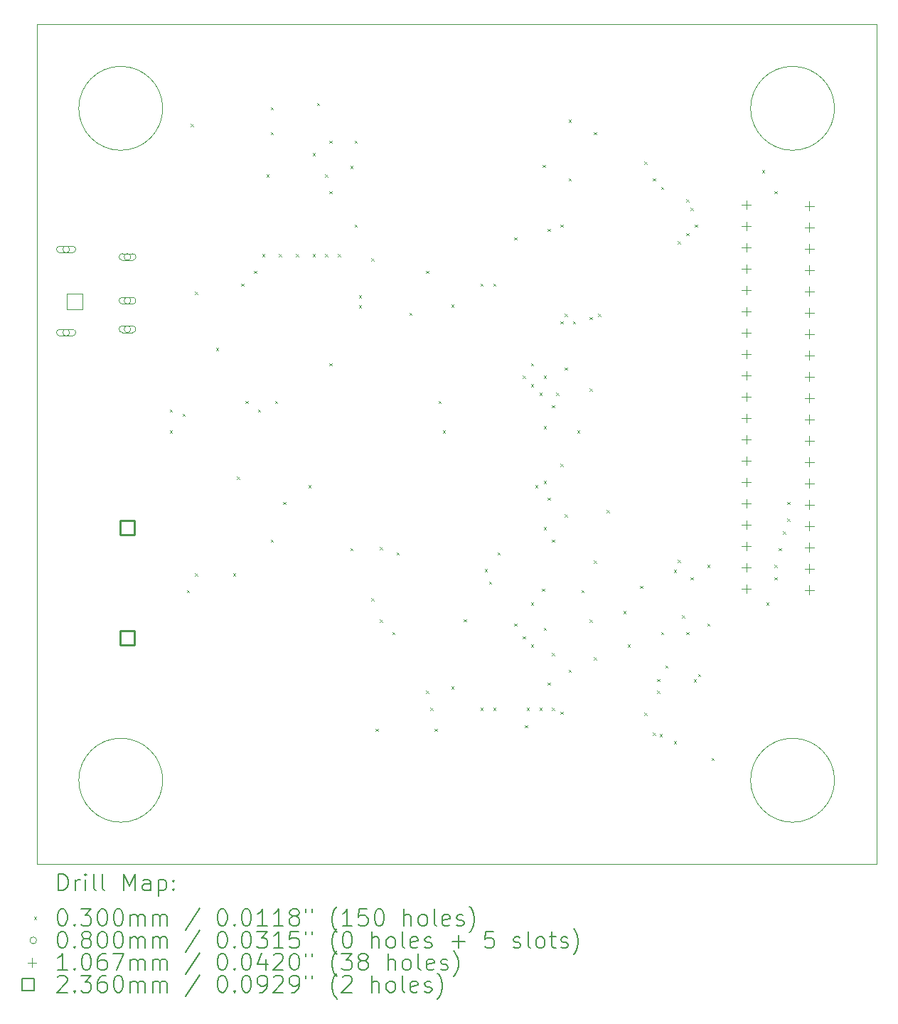
<source format=gbr>
%TF.GenerationSoftware,KiCad,Pcbnew,8.0.3*%
%TF.CreationDate,2024-09-12T11:02:19-04:00*%
%TF.ProjectId,G7 Senior Design V2,47372053-656e-4696-9f72-204465736967,rev?*%
%TF.SameCoordinates,Original*%
%TF.FileFunction,Drillmap*%
%TF.FilePolarity,Positive*%
%FSLAX45Y45*%
G04 Gerber Fmt 4.5, Leading zero omitted, Abs format (unit mm)*
G04 Created by KiCad (PCBNEW 8.0.3) date 2024-09-12 11:02:19*
%MOMM*%
%LPD*%
G01*
G04 APERTURE LIST*
%ADD10C,0.050000*%
%ADD11C,0.010000*%
%ADD12C,0.200000*%
%ADD13C,0.100000*%
%ADD14C,0.106680*%
%ADD15C,0.236000*%
G04 APERTURE END LIST*
D10*
X19500000Y-14000000D02*
G75*
G02*
X18500000Y-14000000I-500000J0D01*
G01*
X18500000Y-14000000D02*
G75*
G02*
X19500000Y-14000000I500000J0D01*
G01*
X11500000Y-6000000D02*
G75*
G02*
X10500000Y-6000000I-500000J0D01*
G01*
X10500000Y-6000000D02*
G75*
G02*
X11500000Y-6000000I500000J0D01*
G01*
X11500000Y-14000000D02*
G75*
G02*
X10500000Y-14000000I-500000J0D01*
G01*
X10500000Y-14000000D02*
G75*
G02*
X11500000Y-14000000I500000J0D01*
G01*
X19500000Y-6000000D02*
G75*
G02*
X18500000Y-6000000I-500000J0D01*
G01*
X18500000Y-6000000D02*
G75*
G02*
X19500000Y-6000000I500000J0D01*
G01*
X10000000Y-5000000D02*
X20000000Y-5000000D01*
X20000000Y-15000000D01*
X10000000Y-15000000D01*
X10000000Y-5000000D01*
D11*
X10360000Y-8210000D02*
X10540000Y-8210000D01*
X10360000Y-8390000D02*
X10360000Y-8210000D01*
X10540000Y-8210000D02*
X10540000Y-8390000D01*
X10540000Y-8390000D02*
X10360000Y-8390000D01*
D12*
D13*
X11585000Y-9585000D02*
X11615000Y-9615000D01*
X11615000Y-9585000D02*
X11585000Y-9615000D01*
X11585000Y-9835000D02*
X11615000Y-9865000D01*
X11615000Y-9835000D02*
X11585000Y-9865000D01*
X11735000Y-9635000D02*
X11765000Y-9665000D01*
X11765000Y-9635000D02*
X11735000Y-9665000D01*
X11785000Y-11735000D02*
X11815000Y-11765000D01*
X11815000Y-11735000D02*
X11785000Y-11765000D01*
X11835000Y-6185000D02*
X11865000Y-6215000D01*
X11865000Y-6185000D02*
X11835000Y-6215000D01*
X11885000Y-8185000D02*
X11915000Y-8215000D01*
X11915000Y-8185000D02*
X11885000Y-8215000D01*
X11885000Y-11535000D02*
X11915000Y-11565000D01*
X11915000Y-11535000D02*
X11885000Y-11565000D01*
X12135000Y-8852340D02*
X12165000Y-8882340D01*
X12165000Y-8852340D02*
X12135000Y-8882340D01*
X12335000Y-11535000D02*
X12365000Y-11565000D01*
X12365000Y-11535000D02*
X12335000Y-11565000D01*
X12385000Y-10385000D02*
X12415000Y-10415000D01*
X12415000Y-10385000D02*
X12385000Y-10415000D01*
X12435000Y-8085000D02*
X12465000Y-8115000D01*
X12465000Y-8085000D02*
X12435000Y-8115000D01*
X12485000Y-9485000D02*
X12515000Y-9515000D01*
X12515000Y-9485000D02*
X12485000Y-9515000D01*
X12585000Y-7935000D02*
X12615000Y-7965000D01*
X12615000Y-7935000D02*
X12585000Y-7965000D01*
X12635000Y-9585000D02*
X12665000Y-9615000D01*
X12665000Y-9585000D02*
X12635000Y-9615000D01*
X12685000Y-7735000D02*
X12715000Y-7765000D01*
X12715000Y-7735000D02*
X12685000Y-7765000D01*
X12735000Y-6785000D02*
X12765000Y-6815000D01*
X12765000Y-6785000D02*
X12735000Y-6815000D01*
X12785000Y-5985000D02*
X12815000Y-6015000D01*
X12815000Y-5985000D02*
X12785000Y-6015000D01*
X12785000Y-6285000D02*
X12815000Y-6315000D01*
X12815000Y-6285000D02*
X12785000Y-6315000D01*
X12785000Y-11135000D02*
X12815000Y-11165000D01*
X12815000Y-11135000D02*
X12785000Y-11165000D01*
X12835000Y-9485000D02*
X12865000Y-9515000D01*
X12865000Y-9485000D02*
X12835000Y-9515000D01*
X12885000Y-7735000D02*
X12915000Y-7765000D01*
X12915000Y-7735000D02*
X12885000Y-7765000D01*
X12935000Y-10685000D02*
X12965000Y-10715000D01*
X12965000Y-10685000D02*
X12935000Y-10715000D01*
X13085000Y-7735000D02*
X13115000Y-7765000D01*
X13115000Y-7735000D02*
X13085000Y-7765000D01*
X13235000Y-10485000D02*
X13265000Y-10515000D01*
X13265000Y-10485000D02*
X13235000Y-10515000D01*
X13285000Y-6535000D02*
X13315000Y-6565000D01*
X13315000Y-6535000D02*
X13285000Y-6565000D01*
X13285000Y-7735000D02*
X13315000Y-7765000D01*
X13315000Y-7735000D02*
X13285000Y-7765000D01*
X13335000Y-5935000D02*
X13365000Y-5965000D01*
X13365000Y-5935000D02*
X13335000Y-5965000D01*
X13435000Y-6785000D02*
X13465000Y-6815000D01*
X13465000Y-6785000D02*
X13435000Y-6815000D01*
X13435000Y-7735000D02*
X13465000Y-7765000D01*
X13465000Y-7735000D02*
X13435000Y-7765000D01*
X13485000Y-6385000D02*
X13515000Y-6415000D01*
X13515000Y-6385000D02*
X13485000Y-6415000D01*
X13485000Y-6985000D02*
X13515000Y-7015000D01*
X13515000Y-6985000D02*
X13485000Y-7015000D01*
X13485000Y-9035000D02*
X13515000Y-9065000D01*
X13515000Y-9035000D02*
X13485000Y-9065000D01*
X13585000Y-7735000D02*
X13615000Y-7765000D01*
X13615000Y-7735000D02*
X13585000Y-7765000D01*
X13735000Y-6685000D02*
X13765000Y-6715000D01*
X13765000Y-6685000D02*
X13735000Y-6715000D01*
X13735000Y-11235000D02*
X13765000Y-11265000D01*
X13765000Y-11235000D02*
X13735000Y-11265000D01*
X13785000Y-6385000D02*
X13815000Y-6415000D01*
X13815000Y-6385000D02*
X13785000Y-6415000D01*
X13785000Y-7385000D02*
X13815000Y-7415000D01*
X13815000Y-7385000D02*
X13785000Y-7415000D01*
X13835000Y-8225000D02*
X13865000Y-8255000D01*
X13865000Y-8225000D02*
X13835000Y-8255000D01*
X13835000Y-8345000D02*
X13865000Y-8375000D01*
X13865000Y-8345000D02*
X13835000Y-8375000D01*
X13985000Y-7785000D02*
X14015000Y-7815000D01*
X14015000Y-7785000D02*
X13985000Y-7815000D01*
X13985000Y-11835000D02*
X14015000Y-11865000D01*
X14015000Y-11835000D02*
X13985000Y-11865000D01*
X14035000Y-13385000D02*
X14065000Y-13415000D01*
X14065000Y-13385000D02*
X14035000Y-13415000D01*
X14085000Y-11225000D02*
X14115000Y-11255000D01*
X14115000Y-11225000D02*
X14085000Y-11255000D01*
X14085000Y-12085000D02*
X14115000Y-12115000D01*
X14115000Y-12085000D02*
X14085000Y-12115000D01*
X14235000Y-12235000D02*
X14265000Y-12265000D01*
X14265000Y-12235000D02*
X14235000Y-12265000D01*
X14285000Y-11285000D02*
X14315000Y-11315000D01*
X14315000Y-11285000D02*
X14285000Y-11315000D01*
X14435000Y-8435000D02*
X14465000Y-8465000D01*
X14465000Y-8435000D02*
X14435000Y-8465000D01*
X14635000Y-7935000D02*
X14665000Y-7965000D01*
X14665000Y-7935000D02*
X14635000Y-7965000D01*
X14635000Y-12935000D02*
X14665000Y-12965000D01*
X14665000Y-12935000D02*
X14635000Y-12965000D01*
X14685000Y-13135000D02*
X14715000Y-13165000D01*
X14715000Y-13135000D02*
X14685000Y-13165000D01*
X14735000Y-13385000D02*
X14765000Y-13415000D01*
X14765000Y-13385000D02*
X14735000Y-13415000D01*
X14785000Y-9485000D02*
X14815000Y-9515000D01*
X14815000Y-9485000D02*
X14785000Y-9515000D01*
X14835000Y-9835000D02*
X14865000Y-9865000D01*
X14865000Y-9835000D02*
X14835000Y-9865000D01*
X14935000Y-8335000D02*
X14965000Y-8365000D01*
X14965000Y-8335000D02*
X14935000Y-8365000D01*
X14935000Y-12885000D02*
X14965000Y-12915000D01*
X14965000Y-12885000D02*
X14935000Y-12915000D01*
X15086000Y-12084000D02*
X15116000Y-12114000D01*
X15116000Y-12084000D02*
X15086000Y-12114000D01*
X15285000Y-8085000D02*
X15315000Y-8115000D01*
X15315000Y-8085000D02*
X15285000Y-8115000D01*
X15285000Y-13135000D02*
X15315000Y-13165000D01*
X15315000Y-13135000D02*
X15285000Y-13165000D01*
X15335000Y-11485000D02*
X15365000Y-11515000D01*
X15365000Y-11485000D02*
X15335000Y-11515000D01*
X15385000Y-11635000D02*
X15415000Y-11665000D01*
X15415000Y-11635000D02*
X15385000Y-11665000D01*
X15435000Y-8085000D02*
X15465000Y-8115000D01*
X15465000Y-8085000D02*
X15435000Y-8115000D01*
X15435000Y-13135000D02*
X15465000Y-13165000D01*
X15465000Y-13135000D02*
X15435000Y-13165000D01*
X15485000Y-11285000D02*
X15515000Y-11315000D01*
X15515000Y-11285000D02*
X15485000Y-11315000D01*
X15685000Y-7535000D02*
X15715000Y-7565000D01*
X15715000Y-7535000D02*
X15685000Y-7565000D01*
X15685000Y-12135000D02*
X15715000Y-12165000D01*
X15715000Y-12135000D02*
X15685000Y-12165000D01*
X15785000Y-9185000D02*
X15815000Y-9215000D01*
X15815000Y-9185000D02*
X15785000Y-9215000D01*
X15785000Y-12285000D02*
X15815000Y-12315000D01*
X15815000Y-12285000D02*
X15785000Y-12315000D01*
X15812067Y-13345000D02*
X15842067Y-13375000D01*
X15842067Y-13345000D02*
X15812067Y-13375000D01*
X15835000Y-13135000D02*
X15865000Y-13165000D01*
X15865000Y-13135000D02*
X15835000Y-13165000D01*
X15885000Y-9035000D02*
X15915000Y-9065000D01*
X15915000Y-9035000D02*
X15885000Y-9065000D01*
X15885000Y-9285000D02*
X15915000Y-9315000D01*
X15915000Y-9285000D02*
X15885000Y-9315000D01*
X15885000Y-11885000D02*
X15915000Y-11915000D01*
X15915000Y-11885000D02*
X15885000Y-11915000D01*
X15885000Y-12385000D02*
X15915000Y-12415000D01*
X15915000Y-12385000D02*
X15885000Y-12415000D01*
X15935000Y-10485000D02*
X15965000Y-10515000D01*
X15965000Y-10485000D02*
X15935000Y-10515000D01*
X15985000Y-9385000D02*
X16015000Y-9415000D01*
X16015000Y-9385000D02*
X15985000Y-9415000D01*
X15985000Y-13135000D02*
X16015000Y-13165000D01*
X16015000Y-13135000D02*
X15985000Y-13165000D01*
X16017573Y-11717573D02*
X16047573Y-11747573D01*
X16047573Y-11717573D02*
X16017573Y-11747573D01*
X16024000Y-6674000D02*
X16054000Y-6704000D01*
X16054000Y-6674000D02*
X16024000Y-6704000D01*
X16035000Y-9185000D02*
X16065000Y-9215000D01*
X16065000Y-9185000D02*
X16035000Y-9215000D01*
X16035000Y-9785000D02*
X16065000Y-9815000D01*
X16065000Y-9785000D02*
X16035000Y-9815000D01*
X16035000Y-10435000D02*
X16065000Y-10465000D01*
X16065000Y-10435000D02*
X16035000Y-10465000D01*
X16035000Y-10985000D02*
X16065000Y-11015000D01*
X16065000Y-10985000D02*
X16035000Y-11015000D01*
X16035000Y-12185000D02*
X16065000Y-12215000D01*
X16065000Y-12185000D02*
X16035000Y-12215000D01*
X16085000Y-7435000D02*
X16115000Y-7465000D01*
X16115000Y-7435000D02*
X16085000Y-7465000D01*
X16085000Y-10635000D02*
X16115000Y-10665000D01*
X16115000Y-10635000D02*
X16085000Y-10665000D01*
X16085000Y-12835000D02*
X16115000Y-12865000D01*
X16115000Y-12835000D02*
X16085000Y-12865000D01*
X16135000Y-9535000D02*
X16165000Y-9565000D01*
X16165000Y-9535000D02*
X16135000Y-9565000D01*
X16135000Y-11135000D02*
X16165000Y-11165000D01*
X16165000Y-11135000D02*
X16135000Y-11165000D01*
X16135000Y-12485000D02*
X16165000Y-12515000D01*
X16165000Y-12485000D02*
X16135000Y-12515000D01*
X16135000Y-13135000D02*
X16165000Y-13165000D01*
X16165000Y-13135000D02*
X16135000Y-13165000D01*
X16185000Y-9385000D02*
X16215000Y-9415000D01*
X16215000Y-9385000D02*
X16185000Y-9415000D01*
X16235000Y-7385000D02*
X16265000Y-7415000D01*
X16265000Y-7385000D02*
X16235000Y-7415000D01*
X16235000Y-8535000D02*
X16265000Y-8565000D01*
X16265000Y-8535000D02*
X16235000Y-8565000D01*
X16235000Y-10235000D02*
X16265000Y-10265000D01*
X16265000Y-10235000D02*
X16235000Y-10265000D01*
X16235000Y-13185000D02*
X16265000Y-13215000D01*
X16265000Y-13185000D02*
X16235000Y-13215000D01*
X16285000Y-8445000D02*
X16315000Y-8475000D01*
X16315000Y-8445000D02*
X16285000Y-8475000D01*
X16285000Y-9085000D02*
X16315000Y-9115000D01*
X16315000Y-9085000D02*
X16285000Y-9115000D01*
X16285000Y-10835000D02*
X16315000Y-10865000D01*
X16315000Y-10835000D02*
X16285000Y-10865000D01*
X16335000Y-6135000D02*
X16365000Y-6165000D01*
X16365000Y-6135000D02*
X16335000Y-6165000D01*
X16335000Y-6835000D02*
X16365000Y-6865000D01*
X16365000Y-6835000D02*
X16335000Y-6865000D01*
X16335000Y-12685000D02*
X16365000Y-12715000D01*
X16365000Y-12685000D02*
X16335000Y-12715000D01*
X16385000Y-8535000D02*
X16415000Y-8565000D01*
X16415000Y-8535000D02*
X16385000Y-8565000D01*
X16435000Y-9835000D02*
X16465000Y-9865000D01*
X16465000Y-9835000D02*
X16435000Y-9865000D01*
X16485000Y-11735000D02*
X16515000Y-11765000D01*
X16515000Y-11735000D02*
X16485000Y-11765000D01*
X16585000Y-8485000D02*
X16615000Y-8515000D01*
X16615000Y-8485000D02*
X16585000Y-8515000D01*
X16585000Y-9335000D02*
X16615000Y-9365000D01*
X16615000Y-9335000D02*
X16585000Y-9365000D01*
X16585000Y-12085000D02*
X16615000Y-12115000D01*
X16615000Y-12085000D02*
X16585000Y-12115000D01*
X16635000Y-6285000D02*
X16665000Y-6315000D01*
X16665000Y-6285000D02*
X16635000Y-6315000D01*
X16635000Y-11385000D02*
X16665000Y-11415000D01*
X16665000Y-11385000D02*
X16635000Y-11415000D01*
X16635000Y-12535000D02*
X16665000Y-12565000D01*
X16665000Y-12535000D02*
X16635000Y-12565000D01*
X16685000Y-8445000D02*
X16715000Y-8475000D01*
X16715000Y-8445000D02*
X16685000Y-8475000D01*
X16785000Y-10785000D02*
X16815000Y-10815000D01*
X16815000Y-10785000D02*
X16785000Y-10815000D01*
X16985000Y-11985000D02*
X17015000Y-12015000D01*
X17015000Y-11985000D02*
X16985000Y-12015000D01*
X17035000Y-12385000D02*
X17065000Y-12415000D01*
X17065000Y-12385000D02*
X17035000Y-12415000D01*
X17185000Y-11685000D02*
X17215000Y-11715000D01*
X17215000Y-11685000D02*
X17185000Y-11715000D01*
X17235000Y-6635000D02*
X17265000Y-6665000D01*
X17265000Y-6635000D02*
X17235000Y-6665000D01*
X17235000Y-13195000D02*
X17265000Y-13225000D01*
X17265000Y-13195000D02*
X17235000Y-13225000D01*
X17335000Y-6835000D02*
X17365000Y-6865000D01*
X17365000Y-6835000D02*
X17335000Y-6865000D01*
X17335000Y-13435000D02*
X17365000Y-13465000D01*
X17365000Y-13435000D02*
X17335000Y-13465000D01*
X17385000Y-12795000D02*
X17415000Y-12825000D01*
X17415000Y-12795000D02*
X17385000Y-12825000D01*
X17385000Y-12935000D02*
X17415000Y-12965000D01*
X17415000Y-12935000D02*
X17385000Y-12965000D01*
X17417574Y-13452426D02*
X17447574Y-13482426D01*
X17447574Y-13452426D02*
X17417574Y-13482426D01*
X17435000Y-6935000D02*
X17465000Y-6965000D01*
X17465000Y-6935000D02*
X17435000Y-6965000D01*
X17435000Y-12235000D02*
X17465000Y-12265000D01*
X17465000Y-12235000D02*
X17435000Y-12265000D01*
X17485000Y-12635000D02*
X17515000Y-12665000D01*
X17515000Y-12635000D02*
X17485000Y-12665000D01*
X17585000Y-11495000D02*
X17615000Y-11525000D01*
X17615000Y-11495000D02*
X17585000Y-11525000D01*
X17585000Y-13535000D02*
X17615000Y-13565000D01*
X17615000Y-13535000D02*
X17585000Y-13565000D01*
X17635000Y-7585000D02*
X17665000Y-7615000D01*
X17665000Y-7585000D02*
X17635000Y-7615000D01*
X17635000Y-11375000D02*
X17665000Y-11405000D01*
X17665000Y-11375000D02*
X17635000Y-11405000D01*
X17685000Y-12035000D02*
X17715000Y-12065000D01*
X17715000Y-12035000D02*
X17685000Y-12065000D01*
X17735000Y-7085000D02*
X17765000Y-7115000D01*
X17765000Y-7085000D02*
X17735000Y-7115000D01*
X17735000Y-7485000D02*
X17765000Y-7515000D01*
X17765000Y-7485000D02*
X17735000Y-7515000D01*
X17735000Y-12235000D02*
X17765000Y-12265000D01*
X17765000Y-12235000D02*
X17735000Y-12265000D01*
X17785000Y-7185000D02*
X17815000Y-7215000D01*
X17815000Y-7185000D02*
X17785000Y-7215000D01*
X17785000Y-11585000D02*
X17815000Y-11615000D01*
X17815000Y-11585000D02*
X17785000Y-11615000D01*
X17825000Y-12797470D02*
X17855000Y-12827470D01*
X17855000Y-12797470D02*
X17825000Y-12827470D01*
X17835000Y-7385000D02*
X17865000Y-7415000D01*
X17865000Y-7385000D02*
X17835000Y-7415000D01*
X17875000Y-12735000D02*
X17905000Y-12765000D01*
X17905000Y-12735000D02*
X17875000Y-12765000D01*
X17985000Y-11435000D02*
X18015000Y-11465000D01*
X18015000Y-11435000D02*
X17985000Y-11465000D01*
X17985000Y-12135000D02*
X18015000Y-12165000D01*
X18015000Y-12135000D02*
X17985000Y-12165000D01*
X18035000Y-13735000D02*
X18065000Y-13765000D01*
X18065000Y-13735000D02*
X18035000Y-13765000D01*
X18635000Y-6735000D02*
X18665000Y-6765000D01*
X18665000Y-6735000D02*
X18635000Y-6765000D01*
X18685000Y-11885000D02*
X18715000Y-11915000D01*
X18715000Y-11885000D02*
X18685000Y-11915000D01*
X18785000Y-6985000D02*
X18815000Y-7015000D01*
X18815000Y-6985000D02*
X18785000Y-7015000D01*
X18785000Y-11435000D02*
X18815000Y-11465000D01*
X18815000Y-11435000D02*
X18785000Y-11465000D01*
X18785000Y-11585000D02*
X18815000Y-11615000D01*
X18815000Y-11585000D02*
X18785000Y-11615000D01*
X18835000Y-11235000D02*
X18865000Y-11265000D01*
X18865000Y-11235000D02*
X18835000Y-11265000D01*
X18885000Y-11035000D02*
X18915000Y-11065000D01*
X18915000Y-11035000D02*
X18885000Y-11065000D01*
X18935000Y-10685000D02*
X18965000Y-10715000D01*
X18965000Y-10685000D02*
X18935000Y-10715000D01*
X18935000Y-10885000D02*
X18965000Y-10915000D01*
X18965000Y-10885000D02*
X18935000Y-10915000D01*
X10390000Y-7680000D02*
G75*
G02*
X10310000Y-7680000I-40000J0D01*
G01*
X10310000Y-7680000D02*
G75*
G02*
X10390000Y-7680000I40000J0D01*
G01*
X10425000Y-7640000D02*
X10275000Y-7640000D01*
X10275000Y-7720000D02*
G75*
G02*
X10275000Y-7640000I0J40000D01*
G01*
X10275000Y-7720000D02*
X10425000Y-7720000D01*
X10425000Y-7720000D02*
G75*
G03*
X10425000Y-7640000I0J40000D01*
G01*
X10390000Y-8670000D02*
G75*
G02*
X10310000Y-8670000I-40000J0D01*
G01*
X10310000Y-8670000D02*
G75*
G02*
X10390000Y-8670000I40000J0D01*
G01*
X10425000Y-8630000D02*
X10275000Y-8630000D01*
X10275000Y-8710000D02*
G75*
G02*
X10275000Y-8630000I0J40000D01*
G01*
X10275000Y-8710000D02*
X10425000Y-8710000D01*
X10425000Y-8710000D02*
G75*
G03*
X10425000Y-8630000I0J40000D01*
G01*
X11120000Y-7770000D02*
G75*
G02*
X11040000Y-7770000I-40000J0D01*
G01*
X11040000Y-7770000D02*
G75*
G02*
X11120000Y-7770000I40000J0D01*
G01*
X11140000Y-7730000D02*
X11020000Y-7730000D01*
X11020000Y-7810000D02*
G75*
G02*
X11020000Y-7730000I0J40000D01*
G01*
X11020000Y-7810000D02*
X11140000Y-7810000D01*
X11140000Y-7810000D02*
G75*
G03*
X11140000Y-7730000I0J40000D01*
G01*
X11120000Y-8290000D02*
G75*
G02*
X11040000Y-8290000I-40000J0D01*
G01*
X11040000Y-8290000D02*
G75*
G02*
X11120000Y-8290000I40000J0D01*
G01*
X11140000Y-8250000D02*
X11020000Y-8250000D01*
X11020000Y-8330000D02*
G75*
G02*
X11020000Y-8250000I0J40000D01*
G01*
X11020000Y-8330000D02*
X11140000Y-8330000D01*
X11140000Y-8330000D02*
G75*
G03*
X11140000Y-8250000I0J40000D01*
G01*
X11120000Y-8630000D02*
G75*
G02*
X11040000Y-8630000I-40000J0D01*
G01*
X11040000Y-8630000D02*
G75*
G02*
X11120000Y-8630000I40000J0D01*
G01*
X11140000Y-8590000D02*
X11020000Y-8590000D01*
X11020000Y-8670000D02*
G75*
G02*
X11020000Y-8590000I0J40000D01*
G01*
X11020000Y-8670000D02*
X11140000Y-8670000D01*
X11140000Y-8670000D02*
G75*
G03*
X11140000Y-8590000I0J40000D01*
G01*
D14*
X18450000Y-7094660D02*
X18450000Y-7201340D01*
X18396660Y-7148000D02*
X18503340Y-7148000D01*
X18450000Y-7348660D02*
X18450000Y-7455340D01*
X18396660Y-7402000D02*
X18503340Y-7402000D01*
X18450000Y-7602660D02*
X18450000Y-7709340D01*
X18396660Y-7656000D02*
X18503340Y-7656000D01*
X18450000Y-7856660D02*
X18450000Y-7963340D01*
X18396660Y-7910000D02*
X18503340Y-7910000D01*
X18450000Y-8110660D02*
X18450000Y-8217340D01*
X18396660Y-8164000D02*
X18503340Y-8164000D01*
X18450000Y-8364660D02*
X18450000Y-8471340D01*
X18396660Y-8418000D02*
X18503340Y-8418000D01*
X18450000Y-8618660D02*
X18450000Y-8725340D01*
X18396660Y-8672000D02*
X18503340Y-8672000D01*
X18450000Y-8872660D02*
X18450000Y-8979340D01*
X18396660Y-8926000D02*
X18503340Y-8926000D01*
X18450000Y-9126660D02*
X18450000Y-9233340D01*
X18396660Y-9180000D02*
X18503340Y-9180000D01*
X18450000Y-9380660D02*
X18450000Y-9487340D01*
X18396660Y-9434000D02*
X18503340Y-9434000D01*
X18450000Y-9634660D02*
X18450000Y-9741340D01*
X18396660Y-9688000D02*
X18503340Y-9688000D01*
X18450000Y-9888660D02*
X18450000Y-9995340D01*
X18396660Y-9942000D02*
X18503340Y-9942000D01*
X18450000Y-10142660D02*
X18450000Y-10249340D01*
X18396660Y-10196000D02*
X18503340Y-10196000D01*
X18450000Y-10396660D02*
X18450000Y-10503340D01*
X18396660Y-10450000D02*
X18503340Y-10450000D01*
X18450000Y-10650660D02*
X18450000Y-10757340D01*
X18396660Y-10704000D02*
X18503340Y-10704000D01*
X18450000Y-10904660D02*
X18450000Y-11011340D01*
X18396660Y-10958000D02*
X18503340Y-10958000D01*
X18450000Y-11158660D02*
X18450000Y-11265340D01*
X18396660Y-11212000D02*
X18503340Y-11212000D01*
X18450000Y-11412660D02*
X18450000Y-11519340D01*
X18396660Y-11466000D02*
X18503340Y-11466000D01*
X18450000Y-11666660D02*
X18450000Y-11773340D01*
X18396660Y-11720000D02*
X18503340Y-11720000D01*
X19200000Y-7110660D02*
X19200000Y-7217340D01*
X19146660Y-7164000D02*
X19253340Y-7164000D01*
X19200000Y-7364660D02*
X19200000Y-7471340D01*
X19146660Y-7418000D02*
X19253340Y-7418000D01*
X19200000Y-7618660D02*
X19200000Y-7725340D01*
X19146660Y-7672000D02*
X19253340Y-7672000D01*
X19200000Y-7872660D02*
X19200000Y-7979340D01*
X19146660Y-7926000D02*
X19253340Y-7926000D01*
X19200000Y-8126660D02*
X19200000Y-8233340D01*
X19146660Y-8180000D02*
X19253340Y-8180000D01*
X19200000Y-8380660D02*
X19200000Y-8487340D01*
X19146660Y-8434000D02*
X19253340Y-8434000D01*
X19200000Y-8634660D02*
X19200000Y-8741340D01*
X19146660Y-8688000D02*
X19253340Y-8688000D01*
X19200000Y-8888660D02*
X19200000Y-8995340D01*
X19146660Y-8942000D02*
X19253340Y-8942000D01*
X19200000Y-9142660D02*
X19200000Y-9249340D01*
X19146660Y-9196000D02*
X19253340Y-9196000D01*
X19200000Y-9396660D02*
X19200000Y-9503340D01*
X19146660Y-9450000D02*
X19253340Y-9450000D01*
X19200000Y-9650660D02*
X19200000Y-9757340D01*
X19146660Y-9704000D02*
X19253340Y-9704000D01*
X19200000Y-9904660D02*
X19200000Y-10011340D01*
X19146660Y-9958000D02*
X19253340Y-9958000D01*
X19200000Y-10158660D02*
X19200000Y-10265340D01*
X19146660Y-10212000D02*
X19253340Y-10212000D01*
X19200000Y-10412660D02*
X19200000Y-10519340D01*
X19146660Y-10466000D02*
X19253340Y-10466000D01*
X19200000Y-10666660D02*
X19200000Y-10773340D01*
X19146660Y-10720000D02*
X19253340Y-10720000D01*
X19200000Y-10920660D02*
X19200000Y-11027340D01*
X19146660Y-10974000D02*
X19253340Y-10974000D01*
X19200000Y-11174660D02*
X19200000Y-11281340D01*
X19146660Y-11228000D02*
X19253340Y-11228000D01*
X19200000Y-11428660D02*
X19200000Y-11535340D01*
X19146660Y-11482000D02*
X19253340Y-11482000D01*
X19200000Y-11682660D02*
X19200000Y-11789340D01*
X19146660Y-11736000D02*
X19253340Y-11736000D01*
D15*
X11162689Y-11076439D02*
X11162689Y-10909561D01*
X10995811Y-10909561D01*
X10995811Y-11076439D01*
X11162689Y-11076439D01*
X11162689Y-12390439D02*
X11162689Y-12223561D01*
X10995811Y-12223561D01*
X10995811Y-12390439D01*
X11162689Y-12390439D01*
D12*
X10258277Y-15313984D02*
X10258277Y-15113984D01*
X10258277Y-15113984D02*
X10305896Y-15113984D01*
X10305896Y-15113984D02*
X10334467Y-15123508D01*
X10334467Y-15123508D02*
X10353515Y-15142555D01*
X10353515Y-15142555D02*
X10363039Y-15161603D01*
X10363039Y-15161603D02*
X10372563Y-15199698D01*
X10372563Y-15199698D02*
X10372563Y-15228269D01*
X10372563Y-15228269D02*
X10363039Y-15266365D01*
X10363039Y-15266365D02*
X10353515Y-15285412D01*
X10353515Y-15285412D02*
X10334467Y-15304460D01*
X10334467Y-15304460D02*
X10305896Y-15313984D01*
X10305896Y-15313984D02*
X10258277Y-15313984D01*
X10458277Y-15313984D02*
X10458277Y-15180650D01*
X10458277Y-15218746D02*
X10467801Y-15199698D01*
X10467801Y-15199698D02*
X10477324Y-15190174D01*
X10477324Y-15190174D02*
X10496372Y-15180650D01*
X10496372Y-15180650D02*
X10515420Y-15180650D01*
X10582086Y-15313984D02*
X10582086Y-15180650D01*
X10582086Y-15113984D02*
X10572563Y-15123508D01*
X10572563Y-15123508D02*
X10582086Y-15133031D01*
X10582086Y-15133031D02*
X10591610Y-15123508D01*
X10591610Y-15123508D02*
X10582086Y-15113984D01*
X10582086Y-15113984D02*
X10582086Y-15133031D01*
X10705896Y-15313984D02*
X10686848Y-15304460D01*
X10686848Y-15304460D02*
X10677324Y-15285412D01*
X10677324Y-15285412D02*
X10677324Y-15113984D01*
X10810658Y-15313984D02*
X10791610Y-15304460D01*
X10791610Y-15304460D02*
X10782086Y-15285412D01*
X10782086Y-15285412D02*
X10782086Y-15113984D01*
X11039229Y-15313984D02*
X11039229Y-15113984D01*
X11039229Y-15113984D02*
X11105896Y-15256841D01*
X11105896Y-15256841D02*
X11172563Y-15113984D01*
X11172563Y-15113984D02*
X11172563Y-15313984D01*
X11353515Y-15313984D02*
X11353515Y-15209222D01*
X11353515Y-15209222D02*
X11343991Y-15190174D01*
X11343991Y-15190174D02*
X11324943Y-15180650D01*
X11324943Y-15180650D02*
X11286848Y-15180650D01*
X11286848Y-15180650D02*
X11267801Y-15190174D01*
X11353515Y-15304460D02*
X11334467Y-15313984D01*
X11334467Y-15313984D02*
X11286848Y-15313984D01*
X11286848Y-15313984D02*
X11267801Y-15304460D01*
X11267801Y-15304460D02*
X11258277Y-15285412D01*
X11258277Y-15285412D02*
X11258277Y-15266365D01*
X11258277Y-15266365D02*
X11267801Y-15247317D01*
X11267801Y-15247317D02*
X11286848Y-15237793D01*
X11286848Y-15237793D02*
X11334467Y-15237793D01*
X11334467Y-15237793D02*
X11353515Y-15228269D01*
X11448753Y-15180650D02*
X11448753Y-15380650D01*
X11448753Y-15190174D02*
X11467801Y-15180650D01*
X11467801Y-15180650D02*
X11505896Y-15180650D01*
X11505896Y-15180650D02*
X11524943Y-15190174D01*
X11524943Y-15190174D02*
X11534467Y-15199698D01*
X11534467Y-15199698D02*
X11543991Y-15218746D01*
X11543991Y-15218746D02*
X11543991Y-15275888D01*
X11543991Y-15275888D02*
X11534467Y-15294936D01*
X11534467Y-15294936D02*
X11524943Y-15304460D01*
X11524943Y-15304460D02*
X11505896Y-15313984D01*
X11505896Y-15313984D02*
X11467801Y-15313984D01*
X11467801Y-15313984D02*
X11448753Y-15304460D01*
X11629705Y-15294936D02*
X11639229Y-15304460D01*
X11639229Y-15304460D02*
X11629705Y-15313984D01*
X11629705Y-15313984D02*
X11620182Y-15304460D01*
X11620182Y-15304460D02*
X11629705Y-15294936D01*
X11629705Y-15294936D02*
X11629705Y-15313984D01*
X11629705Y-15190174D02*
X11639229Y-15199698D01*
X11639229Y-15199698D02*
X11629705Y-15209222D01*
X11629705Y-15209222D02*
X11620182Y-15199698D01*
X11620182Y-15199698D02*
X11629705Y-15190174D01*
X11629705Y-15190174D02*
X11629705Y-15209222D01*
D13*
X9967500Y-15627500D02*
X9997500Y-15657500D01*
X9997500Y-15627500D02*
X9967500Y-15657500D01*
D12*
X10296372Y-15533984D02*
X10315420Y-15533984D01*
X10315420Y-15533984D02*
X10334467Y-15543508D01*
X10334467Y-15543508D02*
X10343991Y-15553031D01*
X10343991Y-15553031D02*
X10353515Y-15572079D01*
X10353515Y-15572079D02*
X10363039Y-15610174D01*
X10363039Y-15610174D02*
X10363039Y-15657793D01*
X10363039Y-15657793D02*
X10353515Y-15695888D01*
X10353515Y-15695888D02*
X10343991Y-15714936D01*
X10343991Y-15714936D02*
X10334467Y-15724460D01*
X10334467Y-15724460D02*
X10315420Y-15733984D01*
X10315420Y-15733984D02*
X10296372Y-15733984D01*
X10296372Y-15733984D02*
X10277324Y-15724460D01*
X10277324Y-15724460D02*
X10267801Y-15714936D01*
X10267801Y-15714936D02*
X10258277Y-15695888D01*
X10258277Y-15695888D02*
X10248753Y-15657793D01*
X10248753Y-15657793D02*
X10248753Y-15610174D01*
X10248753Y-15610174D02*
X10258277Y-15572079D01*
X10258277Y-15572079D02*
X10267801Y-15553031D01*
X10267801Y-15553031D02*
X10277324Y-15543508D01*
X10277324Y-15543508D02*
X10296372Y-15533984D01*
X10448753Y-15714936D02*
X10458277Y-15724460D01*
X10458277Y-15724460D02*
X10448753Y-15733984D01*
X10448753Y-15733984D02*
X10439229Y-15724460D01*
X10439229Y-15724460D02*
X10448753Y-15714936D01*
X10448753Y-15714936D02*
X10448753Y-15733984D01*
X10524944Y-15533984D02*
X10648753Y-15533984D01*
X10648753Y-15533984D02*
X10582086Y-15610174D01*
X10582086Y-15610174D02*
X10610658Y-15610174D01*
X10610658Y-15610174D02*
X10629705Y-15619698D01*
X10629705Y-15619698D02*
X10639229Y-15629222D01*
X10639229Y-15629222D02*
X10648753Y-15648269D01*
X10648753Y-15648269D02*
X10648753Y-15695888D01*
X10648753Y-15695888D02*
X10639229Y-15714936D01*
X10639229Y-15714936D02*
X10629705Y-15724460D01*
X10629705Y-15724460D02*
X10610658Y-15733984D01*
X10610658Y-15733984D02*
X10553515Y-15733984D01*
X10553515Y-15733984D02*
X10534467Y-15724460D01*
X10534467Y-15724460D02*
X10524944Y-15714936D01*
X10772563Y-15533984D02*
X10791610Y-15533984D01*
X10791610Y-15533984D02*
X10810658Y-15543508D01*
X10810658Y-15543508D02*
X10820182Y-15553031D01*
X10820182Y-15553031D02*
X10829705Y-15572079D01*
X10829705Y-15572079D02*
X10839229Y-15610174D01*
X10839229Y-15610174D02*
X10839229Y-15657793D01*
X10839229Y-15657793D02*
X10829705Y-15695888D01*
X10829705Y-15695888D02*
X10820182Y-15714936D01*
X10820182Y-15714936D02*
X10810658Y-15724460D01*
X10810658Y-15724460D02*
X10791610Y-15733984D01*
X10791610Y-15733984D02*
X10772563Y-15733984D01*
X10772563Y-15733984D02*
X10753515Y-15724460D01*
X10753515Y-15724460D02*
X10743991Y-15714936D01*
X10743991Y-15714936D02*
X10734467Y-15695888D01*
X10734467Y-15695888D02*
X10724944Y-15657793D01*
X10724944Y-15657793D02*
X10724944Y-15610174D01*
X10724944Y-15610174D02*
X10734467Y-15572079D01*
X10734467Y-15572079D02*
X10743991Y-15553031D01*
X10743991Y-15553031D02*
X10753515Y-15543508D01*
X10753515Y-15543508D02*
X10772563Y-15533984D01*
X10963039Y-15533984D02*
X10982086Y-15533984D01*
X10982086Y-15533984D02*
X11001134Y-15543508D01*
X11001134Y-15543508D02*
X11010658Y-15553031D01*
X11010658Y-15553031D02*
X11020182Y-15572079D01*
X11020182Y-15572079D02*
X11029705Y-15610174D01*
X11029705Y-15610174D02*
X11029705Y-15657793D01*
X11029705Y-15657793D02*
X11020182Y-15695888D01*
X11020182Y-15695888D02*
X11010658Y-15714936D01*
X11010658Y-15714936D02*
X11001134Y-15724460D01*
X11001134Y-15724460D02*
X10982086Y-15733984D01*
X10982086Y-15733984D02*
X10963039Y-15733984D01*
X10963039Y-15733984D02*
X10943991Y-15724460D01*
X10943991Y-15724460D02*
X10934467Y-15714936D01*
X10934467Y-15714936D02*
X10924944Y-15695888D01*
X10924944Y-15695888D02*
X10915420Y-15657793D01*
X10915420Y-15657793D02*
X10915420Y-15610174D01*
X10915420Y-15610174D02*
X10924944Y-15572079D01*
X10924944Y-15572079D02*
X10934467Y-15553031D01*
X10934467Y-15553031D02*
X10943991Y-15543508D01*
X10943991Y-15543508D02*
X10963039Y-15533984D01*
X11115420Y-15733984D02*
X11115420Y-15600650D01*
X11115420Y-15619698D02*
X11124944Y-15610174D01*
X11124944Y-15610174D02*
X11143991Y-15600650D01*
X11143991Y-15600650D02*
X11172563Y-15600650D01*
X11172563Y-15600650D02*
X11191610Y-15610174D01*
X11191610Y-15610174D02*
X11201134Y-15629222D01*
X11201134Y-15629222D02*
X11201134Y-15733984D01*
X11201134Y-15629222D02*
X11210658Y-15610174D01*
X11210658Y-15610174D02*
X11229705Y-15600650D01*
X11229705Y-15600650D02*
X11258277Y-15600650D01*
X11258277Y-15600650D02*
X11277324Y-15610174D01*
X11277324Y-15610174D02*
X11286848Y-15629222D01*
X11286848Y-15629222D02*
X11286848Y-15733984D01*
X11382086Y-15733984D02*
X11382086Y-15600650D01*
X11382086Y-15619698D02*
X11391610Y-15610174D01*
X11391610Y-15610174D02*
X11410658Y-15600650D01*
X11410658Y-15600650D02*
X11439229Y-15600650D01*
X11439229Y-15600650D02*
X11458277Y-15610174D01*
X11458277Y-15610174D02*
X11467801Y-15629222D01*
X11467801Y-15629222D02*
X11467801Y-15733984D01*
X11467801Y-15629222D02*
X11477324Y-15610174D01*
X11477324Y-15610174D02*
X11496372Y-15600650D01*
X11496372Y-15600650D02*
X11524943Y-15600650D01*
X11524943Y-15600650D02*
X11543991Y-15610174D01*
X11543991Y-15610174D02*
X11553515Y-15629222D01*
X11553515Y-15629222D02*
X11553515Y-15733984D01*
X11943991Y-15524460D02*
X11772563Y-15781603D01*
X12201134Y-15533984D02*
X12220182Y-15533984D01*
X12220182Y-15533984D02*
X12239229Y-15543508D01*
X12239229Y-15543508D02*
X12248753Y-15553031D01*
X12248753Y-15553031D02*
X12258277Y-15572079D01*
X12258277Y-15572079D02*
X12267801Y-15610174D01*
X12267801Y-15610174D02*
X12267801Y-15657793D01*
X12267801Y-15657793D02*
X12258277Y-15695888D01*
X12258277Y-15695888D02*
X12248753Y-15714936D01*
X12248753Y-15714936D02*
X12239229Y-15724460D01*
X12239229Y-15724460D02*
X12220182Y-15733984D01*
X12220182Y-15733984D02*
X12201134Y-15733984D01*
X12201134Y-15733984D02*
X12182086Y-15724460D01*
X12182086Y-15724460D02*
X12172563Y-15714936D01*
X12172563Y-15714936D02*
X12163039Y-15695888D01*
X12163039Y-15695888D02*
X12153515Y-15657793D01*
X12153515Y-15657793D02*
X12153515Y-15610174D01*
X12153515Y-15610174D02*
X12163039Y-15572079D01*
X12163039Y-15572079D02*
X12172563Y-15553031D01*
X12172563Y-15553031D02*
X12182086Y-15543508D01*
X12182086Y-15543508D02*
X12201134Y-15533984D01*
X12353515Y-15714936D02*
X12363039Y-15724460D01*
X12363039Y-15724460D02*
X12353515Y-15733984D01*
X12353515Y-15733984D02*
X12343991Y-15724460D01*
X12343991Y-15724460D02*
X12353515Y-15714936D01*
X12353515Y-15714936D02*
X12353515Y-15733984D01*
X12486848Y-15533984D02*
X12505896Y-15533984D01*
X12505896Y-15533984D02*
X12524944Y-15543508D01*
X12524944Y-15543508D02*
X12534467Y-15553031D01*
X12534467Y-15553031D02*
X12543991Y-15572079D01*
X12543991Y-15572079D02*
X12553515Y-15610174D01*
X12553515Y-15610174D02*
X12553515Y-15657793D01*
X12553515Y-15657793D02*
X12543991Y-15695888D01*
X12543991Y-15695888D02*
X12534467Y-15714936D01*
X12534467Y-15714936D02*
X12524944Y-15724460D01*
X12524944Y-15724460D02*
X12505896Y-15733984D01*
X12505896Y-15733984D02*
X12486848Y-15733984D01*
X12486848Y-15733984D02*
X12467801Y-15724460D01*
X12467801Y-15724460D02*
X12458277Y-15714936D01*
X12458277Y-15714936D02*
X12448753Y-15695888D01*
X12448753Y-15695888D02*
X12439229Y-15657793D01*
X12439229Y-15657793D02*
X12439229Y-15610174D01*
X12439229Y-15610174D02*
X12448753Y-15572079D01*
X12448753Y-15572079D02*
X12458277Y-15553031D01*
X12458277Y-15553031D02*
X12467801Y-15543508D01*
X12467801Y-15543508D02*
X12486848Y-15533984D01*
X12743991Y-15733984D02*
X12629706Y-15733984D01*
X12686848Y-15733984D02*
X12686848Y-15533984D01*
X12686848Y-15533984D02*
X12667801Y-15562555D01*
X12667801Y-15562555D02*
X12648753Y-15581603D01*
X12648753Y-15581603D02*
X12629706Y-15591127D01*
X12934467Y-15733984D02*
X12820182Y-15733984D01*
X12877325Y-15733984D02*
X12877325Y-15533984D01*
X12877325Y-15533984D02*
X12858277Y-15562555D01*
X12858277Y-15562555D02*
X12839229Y-15581603D01*
X12839229Y-15581603D02*
X12820182Y-15591127D01*
X13048753Y-15619698D02*
X13029706Y-15610174D01*
X13029706Y-15610174D02*
X13020182Y-15600650D01*
X13020182Y-15600650D02*
X13010658Y-15581603D01*
X13010658Y-15581603D02*
X13010658Y-15572079D01*
X13010658Y-15572079D02*
X13020182Y-15553031D01*
X13020182Y-15553031D02*
X13029706Y-15543508D01*
X13029706Y-15543508D02*
X13048753Y-15533984D01*
X13048753Y-15533984D02*
X13086848Y-15533984D01*
X13086848Y-15533984D02*
X13105896Y-15543508D01*
X13105896Y-15543508D02*
X13115420Y-15553031D01*
X13115420Y-15553031D02*
X13124944Y-15572079D01*
X13124944Y-15572079D02*
X13124944Y-15581603D01*
X13124944Y-15581603D02*
X13115420Y-15600650D01*
X13115420Y-15600650D02*
X13105896Y-15610174D01*
X13105896Y-15610174D02*
X13086848Y-15619698D01*
X13086848Y-15619698D02*
X13048753Y-15619698D01*
X13048753Y-15619698D02*
X13029706Y-15629222D01*
X13029706Y-15629222D02*
X13020182Y-15638746D01*
X13020182Y-15638746D02*
X13010658Y-15657793D01*
X13010658Y-15657793D02*
X13010658Y-15695888D01*
X13010658Y-15695888D02*
X13020182Y-15714936D01*
X13020182Y-15714936D02*
X13029706Y-15724460D01*
X13029706Y-15724460D02*
X13048753Y-15733984D01*
X13048753Y-15733984D02*
X13086848Y-15733984D01*
X13086848Y-15733984D02*
X13105896Y-15724460D01*
X13105896Y-15724460D02*
X13115420Y-15714936D01*
X13115420Y-15714936D02*
X13124944Y-15695888D01*
X13124944Y-15695888D02*
X13124944Y-15657793D01*
X13124944Y-15657793D02*
X13115420Y-15638746D01*
X13115420Y-15638746D02*
X13105896Y-15629222D01*
X13105896Y-15629222D02*
X13086848Y-15619698D01*
X13201134Y-15533984D02*
X13201134Y-15572079D01*
X13277325Y-15533984D02*
X13277325Y-15572079D01*
X13572563Y-15810174D02*
X13563039Y-15800650D01*
X13563039Y-15800650D02*
X13543991Y-15772079D01*
X13543991Y-15772079D02*
X13534468Y-15753031D01*
X13534468Y-15753031D02*
X13524944Y-15724460D01*
X13524944Y-15724460D02*
X13515420Y-15676841D01*
X13515420Y-15676841D02*
X13515420Y-15638746D01*
X13515420Y-15638746D02*
X13524944Y-15591127D01*
X13524944Y-15591127D02*
X13534468Y-15562555D01*
X13534468Y-15562555D02*
X13543991Y-15543508D01*
X13543991Y-15543508D02*
X13563039Y-15514936D01*
X13563039Y-15514936D02*
X13572563Y-15505412D01*
X13753515Y-15733984D02*
X13639229Y-15733984D01*
X13696372Y-15733984D02*
X13696372Y-15533984D01*
X13696372Y-15533984D02*
X13677325Y-15562555D01*
X13677325Y-15562555D02*
X13658277Y-15581603D01*
X13658277Y-15581603D02*
X13639229Y-15591127D01*
X13934468Y-15533984D02*
X13839229Y-15533984D01*
X13839229Y-15533984D02*
X13829706Y-15629222D01*
X13829706Y-15629222D02*
X13839229Y-15619698D01*
X13839229Y-15619698D02*
X13858277Y-15610174D01*
X13858277Y-15610174D02*
X13905896Y-15610174D01*
X13905896Y-15610174D02*
X13924944Y-15619698D01*
X13924944Y-15619698D02*
X13934468Y-15629222D01*
X13934468Y-15629222D02*
X13943991Y-15648269D01*
X13943991Y-15648269D02*
X13943991Y-15695888D01*
X13943991Y-15695888D02*
X13934468Y-15714936D01*
X13934468Y-15714936D02*
X13924944Y-15724460D01*
X13924944Y-15724460D02*
X13905896Y-15733984D01*
X13905896Y-15733984D02*
X13858277Y-15733984D01*
X13858277Y-15733984D02*
X13839229Y-15724460D01*
X13839229Y-15724460D02*
X13829706Y-15714936D01*
X14067801Y-15533984D02*
X14086849Y-15533984D01*
X14086849Y-15533984D02*
X14105896Y-15543508D01*
X14105896Y-15543508D02*
X14115420Y-15553031D01*
X14115420Y-15553031D02*
X14124944Y-15572079D01*
X14124944Y-15572079D02*
X14134468Y-15610174D01*
X14134468Y-15610174D02*
X14134468Y-15657793D01*
X14134468Y-15657793D02*
X14124944Y-15695888D01*
X14124944Y-15695888D02*
X14115420Y-15714936D01*
X14115420Y-15714936D02*
X14105896Y-15724460D01*
X14105896Y-15724460D02*
X14086849Y-15733984D01*
X14086849Y-15733984D02*
X14067801Y-15733984D01*
X14067801Y-15733984D02*
X14048753Y-15724460D01*
X14048753Y-15724460D02*
X14039229Y-15714936D01*
X14039229Y-15714936D02*
X14029706Y-15695888D01*
X14029706Y-15695888D02*
X14020182Y-15657793D01*
X14020182Y-15657793D02*
X14020182Y-15610174D01*
X14020182Y-15610174D02*
X14029706Y-15572079D01*
X14029706Y-15572079D02*
X14039229Y-15553031D01*
X14039229Y-15553031D02*
X14048753Y-15543508D01*
X14048753Y-15543508D02*
X14067801Y-15533984D01*
X14372563Y-15733984D02*
X14372563Y-15533984D01*
X14458277Y-15733984D02*
X14458277Y-15629222D01*
X14458277Y-15629222D02*
X14448753Y-15610174D01*
X14448753Y-15610174D02*
X14429706Y-15600650D01*
X14429706Y-15600650D02*
X14401134Y-15600650D01*
X14401134Y-15600650D02*
X14382087Y-15610174D01*
X14382087Y-15610174D02*
X14372563Y-15619698D01*
X14582087Y-15733984D02*
X14563039Y-15724460D01*
X14563039Y-15724460D02*
X14553515Y-15714936D01*
X14553515Y-15714936D02*
X14543991Y-15695888D01*
X14543991Y-15695888D02*
X14543991Y-15638746D01*
X14543991Y-15638746D02*
X14553515Y-15619698D01*
X14553515Y-15619698D02*
X14563039Y-15610174D01*
X14563039Y-15610174D02*
X14582087Y-15600650D01*
X14582087Y-15600650D02*
X14610658Y-15600650D01*
X14610658Y-15600650D02*
X14629706Y-15610174D01*
X14629706Y-15610174D02*
X14639230Y-15619698D01*
X14639230Y-15619698D02*
X14648753Y-15638746D01*
X14648753Y-15638746D02*
X14648753Y-15695888D01*
X14648753Y-15695888D02*
X14639230Y-15714936D01*
X14639230Y-15714936D02*
X14629706Y-15724460D01*
X14629706Y-15724460D02*
X14610658Y-15733984D01*
X14610658Y-15733984D02*
X14582087Y-15733984D01*
X14763039Y-15733984D02*
X14743991Y-15724460D01*
X14743991Y-15724460D02*
X14734468Y-15705412D01*
X14734468Y-15705412D02*
X14734468Y-15533984D01*
X14915420Y-15724460D02*
X14896372Y-15733984D01*
X14896372Y-15733984D02*
X14858277Y-15733984D01*
X14858277Y-15733984D02*
X14839230Y-15724460D01*
X14839230Y-15724460D02*
X14829706Y-15705412D01*
X14829706Y-15705412D02*
X14829706Y-15629222D01*
X14829706Y-15629222D02*
X14839230Y-15610174D01*
X14839230Y-15610174D02*
X14858277Y-15600650D01*
X14858277Y-15600650D02*
X14896372Y-15600650D01*
X14896372Y-15600650D02*
X14915420Y-15610174D01*
X14915420Y-15610174D02*
X14924944Y-15629222D01*
X14924944Y-15629222D02*
X14924944Y-15648269D01*
X14924944Y-15648269D02*
X14829706Y-15667317D01*
X15001134Y-15724460D02*
X15020182Y-15733984D01*
X15020182Y-15733984D02*
X15058277Y-15733984D01*
X15058277Y-15733984D02*
X15077325Y-15724460D01*
X15077325Y-15724460D02*
X15086849Y-15705412D01*
X15086849Y-15705412D02*
X15086849Y-15695888D01*
X15086849Y-15695888D02*
X15077325Y-15676841D01*
X15077325Y-15676841D02*
X15058277Y-15667317D01*
X15058277Y-15667317D02*
X15029706Y-15667317D01*
X15029706Y-15667317D02*
X15010658Y-15657793D01*
X15010658Y-15657793D02*
X15001134Y-15638746D01*
X15001134Y-15638746D02*
X15001134Y-15629222D01*
X15001134Y-15629222D02*
X15010658Y-15610174D01*
X15010658Y-15610174D02*
X15029706Y-15600650D01*
X15029706Y-15600650D02*
X15058277Y-15600650D01*
X15058277Y-15600650D02*
X15077325Y-15610174D01*
X15153515Y-15810174D02*
X15163039Y-15800650D01*
X15163039Y-15800650D02*
X15182087Y-15772079D01*
X15182087Y-15772079D02*
X15191611Y-15753031D01*
X15191611Y-15753031D02*
X15201134Y-15724460D01*
X15201134Y-15724460D02*
X15210658Y-15676841D01*
X15210658Y-15676841D02*
X15210658Y-15638746D01*
X15210658Y-15638746D02*
X15201134Y-15591127D01*
X15201134Y-15591127D02*
X15191611Y-15562555D01*
X15191611Y-15562555D02*
X15182087Y-15543508D01*
X15182087Y-15543508D02*
X15163039Y-15514936D01*
X15163039Y-15514936D02*
X15153515Y-15505412D01*
D13*
X9997500Y-15906500D02*
G75*
G02*
X9917500Y-15906500I-40000J0D01*
G01*
X9917500Y-15906500D02*
G75*
G02*
X9997500Y-15906500I40000J0D01*
G01*
D12*
X10296372Y-15797984D02*
X10315420Y-15797984D01*
X10315420Y-15797984D02*
X10334467Y-15807508D01*
X10334467Y-15807508D02*
X10343991Y-15817031D01*
X10343991Y-15817031D02*
X10353515Y-15836079D01*
X10353515Y-15836079D02*
X10363039Y-15874174D01*
X10363039Y-15874174D02*
X10363039Y-15921793D01*
X10363039Y-15921793D02*
X10353515Y-15959888D01*
X10353515Y-15959888D02*
X10343991Y-15978936D01*
X10343991Y-15978936D02*
X10334467Y-15988460D01*
X10334467Y-15988460D02*
X10315420Y-15997984D01*
X10315420Y-15997984D02*
X10296372Y-15997984D01*
X10296372Y-15997984D02*
X10277324Y-15988460D01*
X10277324Y-15988460D02*
X10267801Y-15978936D01*
X10267801Y-15978936D02*
X10258277Y-15959888D01*
X10258277Y-15959888D02*
X10248753Y-15921793D01*
X10248753Y-15921793D02*
X10248753Y-15874174D01*
X10248753Y-15874174D02*
X10258277Y-15836079D01*
X10258277Y-15836079D02*
X10267801Y-15817031D01*
X10267801Y-15817031D02*
X10277324Y-15807508D01*
X10277324Y-15807508D02*
X10296372Y-15797984D01*
X10448753Y-15978936D02*
X10458277Y-15988460D01*
X10458277Y-15988460D02*
X10448753Y-15997984D01*
X10448753Y-15997984D02*
X10439229Y-15988460D01*
X10439229Y-15988460D02*
X10448753Y-15978936D01*
X10448753Y-15978936D02*
X10448753Y-15997984D01*
X10572563Y-15883698D02*
X10553515Y-15874174D01*
X10553515Y-15874174D02*
X10543991Y-15864650D01*
X10543991Y-15864650D02*
X10534467Y-15845603D01*
X10534467Y-15845603D02*
X10534467Y-15836079D01*
X10534467Y-15836079D02*
X10543991Y-15817031D01*
X10543991Y-15817031D02*
X10553515Y-15807508D01*
X10553515Y-15807508D02*
X10572563Y-15797984D01*
X10572563Y-15797984D02*
X10610658Y-15797984D01*
X10610658Y-15797984D02*
X10629705Y-15807508D01*
X10629705Y-15807508D02*
X10639229Y-15817031D01*
X10639229Y-15817031D02*
X10648753Y-15836079D01*
X10648753Y-15836079D02*
X10648753Y-15845603D01*
X10648753Y-15845603D02*
X10639229Y-15864650D01*
X10639229Y-15864650D02*
X10629705Y-15874174D01*
X10629705Y-15874174D02*
X10610658Y-15883698D01*
X10610658Y-15883698D02*
X10572563Y-15883698D01*
X10572563Y-15883698D02*
X10553515Y-15893222D01*
X10553515Y-15893222D02*
X10543991Y-15902746D01*
X10543991Y-15902746D02*
X10534467Y-15921793D01*
X10534467Y-15921793D02*
X10534467Y-15959888D01*
X10534467Y-15959888D02*
X10543991Y-15978936D01*
X10543991Y-15978936D02*
X10553515Y-15988460D01*
X10553515Y-15988460D02*
X10572563Y-15997984D01*
X10572563Y-15997984D02*
X10610658Y-15997984D01*
X10610658Y-15997984D02*
X10629705Y-15988460D01*
X10629705Y-15988460D02*
X10639229Y-15978936D01*
X10639229Y-15978936D02*
X10648753Y-15959888D01*
X10648753Y-15959888D02*
X10648753Y-15921793D01*
X10648753Y-15921793D02*
X10639229Y-15902746D01*
X10639229Y-15902746D02*
X10629705Y-15893222D01*
X10629705Y-15893222D02*
X10610658Y-15883698D01*
X10772563Y-15797984D02*
X10791610Y-15797984D01*
X10791610Y-15797984D02*
X10810658Y-15807508D01*
X10810658Y-15807508D02*
X10820182Y-15817031D01*
X10820182Y-15817031D02*
X10829705Y-15836079D01*
X10829705Y-15836079D02*
X10839229Y-15874174D01*
X10839229Y-15874174D02*
X10839229Y-15921793D01*
X10839229Y-15921793D02*
X10829705Y-15959888D01*
X10829705Y-15959888D02*
X10820182Y-15978936D01*
X10820182Y-15978936D02*
X10810658Y-15988460D01*
X10810658Y-15988460D02*
X10791610Y-15997984D01*
X10791610Y-15997984D02*
X10772563Y-15997984D01*
X10772563Y-15997984D02*
X10753515Y-15988460D01*
X10753515Y-15988460D02*
X10743991Y-15978936D01*
X10743991Y-15978936D02*
X10734467Y-15959888D01*
X10734467Y-15959888D02*
X10724944Y-15921793D01*
X10724944Y-15921793D02*
X10724944Y-15874174D01*
X10724944Y-15874174D02*
X10734467Y-15836079D01*
X10734467Y-15836079D02*
X10743991Y-15817031D01*
X10743991Y-15817031D02*
X10753515Y-15807508D01*
X10753515Y-15807508D02*
X10772563Y-15797984D01*
X10963039Y-15797984D02*
X10982086Y-15797984D01*
X10982086Y-15797984D02*
X11001134Y-15807508D01*
X11001134Y-15807508D02*
X11010658Y-15817031D01*
X11010658Y-15817031D02*
X11020182Y-15836079D01*
X11020182Y-15836079D02*
X11029705Y-15874174D01*
X11029705Y-15874174D02*
X11029705Y-15921793D01*
X11029705Y-15921793D02*
X11020182Y-15959888D01*
X11020182Y-15959888D02*
X11010658Y-15978936D01*
X11010658Y-15978936D02*
X11001134Y-15988460D01*
X11001134Y-15988460D02*
X10982086Y-15997984D01*
X10982086Y-15997984D02*
X10963039Y-15997984D01*
X10963039Y-15997984D02*
X10943991Y-15988460D01*
X10943991Y-15988460D02*
X10934467Y-15978936D01*
X10934467Y-15978936D02*
X10924944Y-15959888D01*
X10924944Y-15959888D02*
X10915420Y-15921793D01*
X10915420Y-15921793D02*
X10915420Y-15874174D01*
X10915420Y-15874174D02*
X10924944Y-15836079D01*
X10924944Y-15836079D02*
X10934467Y-15817031D01*
X10934467Y-15817031D02*
X10943991Y-15807508D01*
X10943991Y-15807508D02*
X10963039Y-15797984D01*
X11115420Y-15997984D02*
X11115420Y-15864650D01*
X11115420Y-15883698D02*
X11124944Y-15874174D01*
X11124944Y-15874174D02*
X11143991Y-15864650D01*
X11143991Y-15864650D02*
X11172563Y-15864650D01*
X11172563Y-15864650D02*
X11191610Y-15874174D01*
X11191610Y-15874174D02*
X11201134Y-15893222D01*
X11201134Y-15893222D02*
X11201134Y-15997984D01*
X11201134Y-15893222D02*
X11210658Y-15874174D01*
X11210658Y-15874174D02*
X11229705Y-15864650D01*
X11229705Y-15864650D02*
X11258277Y-15864650D01*
X11258277Y-15864650D02*
X11277324Y-15874174D01*
X11277324Y-15874174D02*
X11286848Y-15893222D01*
X11286848Y-15893222D02*
X11286848Y-15997984D01*
X11382086Y-15997984D02*
X11382086Y-15864650D01*
X11382086Y-15883698D02*
X11391610Y-15874174D01*
X11391610Y-15874174D02*
X11410658Y-15864650D01*
X11410658Y-15864650D02*
X11439229Y-15864650D01*
X11439229Y-15864650D02*
X11458277Y-15874174D01*
X11458277Y-15874174D02*
X11467801Y-15893222D01*
X11467801Y-15893222D02*
X11467801Y-15997984D01*
X11467801Y-15893222D02*
X11477324Y-15874174D01*
X11477324Y-15874174D02*
X11496372Y-15864650D01*
X11496372Y-15864650D02*
X11524943Y-15864650D01*
X11524943Y-15864650D02*
X11543991Y-15874174D01*
X11543991Y-15874174D02*
X11553515Y-15893222D01*
X11553515Y-15893222D02*
X11553515Y-15997984D01*
X11943991Y-15788460D02*
X11772563Y-16045603D01*
X12201134Y-15797984D02*
X12220182Y-15797984D01*
X12220182Y-15797984D02*
X12239229Y-15807508D01*
X12239229Y-15807508D02*
X12248753Y-15817031D01*
X12248753Y-15817031D02*
X12258277Y-15836079D01*
X12258277Y-15836079D02*
X12267801Y-15874174D01*
X12267801Y-15874174D02*
X12267801Y-15921793D01*
X12267801Y-15921793D02*
X12258277Y-15959888D01*
X12258277Y-15959888D02*
X12248753Y-15978936D01*
X12248753Y-15978936D02*
X12239229Y-15988460D01*
X12239229Y-15988460D02*
X12220182Y-15997984D01*
X12220182Y-15997984D02*
X12201134Y-15997984D01*
X12201134Y-15997984D02*
X12182086Y-15988460D01*
X12182086Y-15988460D02*
X12172563Y-15978936D01*
X12172563Y-15978936D02*
X12163039Y-15959888D01*
X12163039Y-15959888D02*
X12153515Y-15921793D01*
X12153515Y-15921793D02*
X12153515Y-15874174D01*
X12153515Y-15874174D02*
X12163039Y-15836079D01*
X12163039Y-15836079D02*
X12172563Y-15817031D01*
X12172563Y-15817031D02*
X12182086Y-15807508D01*
X12182086Y-15807508D02*
X12201134Y-15797984D01*
X12353515Y-15978936D02*
X12363039Y-15988460D01*
X12363039Y-15988460D02*
X12353515Y-15997984D01*
X12353515Y-15997984D02*
X12343991Y-15988460D01*
X12343991Y-15988460D02*
X12353515Y-15978936D01*
X12353515Y-15978936D02*
X12353515Y-15997984D01*
X12486848Y-15797984D02*
X12505896Y-15797984D01*
X12505896Y-15797984D02*
X12524944Y-15807508D01*
X12524944Y-15807508D02*
X12534467Y-15817031D01*
X12534467Y-15817031D02*
X12543991Y-15836079D01*
X12543991Y-15836079D02*
X12553515Y-15874174D01*
X12553515Y-15874174D02*
X12553515Y-15921793D01*
X12553515Y-15921793D02*
X12543991Y-15959888D01*
X12543991Y-15959888D02*
X12534467Y-15978936D01*
X12534467Y-15978936D02*
X12524944Y-15988460D01*
X12524944Y-15988460D02*
X12505896Y-15997984D01*
X12505896Y-15997984D02*
X12486848Y-15997984D01*
X12486848Y-15997984D02*
X12467801Y-15988460D01*
X12467801Y-15988460D02*
X12458277Y-15978936D01*
X12458277Y-15978936D02*
X12448753Y-15959888D01*
X12448753Y-15959888D02*
X12439229Y-15921793D01*
X12439229Y-15921793D02*
X12439229Y-15874174D01*
X12439229Y-15874174D02*
X12448753Y-15836079D01*
X12448753Y-15836079D02*
X12458277Y-15817031D01*
X12458277Y-15817031D02*
X12467801Y-15807508D01*
X12467801Y-15807508D02*
X12486848Y-15797984D01*
X12620182Y-15797984D02*
X12743991Y-15797984D01*
X12743991Y-15797984D02*
X12677325Y-15874174D01*
X12677325Y-15874174D02*
X12705896Y-15874174D01*
X12705896Y-15874174D02*
X12724944Y-15883698D01*
X12724944Y-15883698D02*
X12734467Y-15893222D01*
X12734467Y-15893222D02*
X12743991Y-15912269D01*
X12743991Y-15912269D02*
X12743991Y-15959888D01*
X12743991Y-15959888D02*
X12734467Y-15978936D01*
X12734467Y-15978936D02*
X12724944Y-15988460D01*
X12724944Y-15988460D02*
X12705896Y-15997984D01*
X12705896Y-15997984D02*
X12648753Y-15997984D01*
X12648753Y-15997984D02*
X12629706Y-15988460D01*
X12629706Y-15988460D02*
X12620182Y-15978936D01*
X12934467Y-15997984D02*
X12820182Y-15997984D01*
X12877325Y-15997984D02*
X12877325Y-15797984D01*
X12877325Y-15797984D02*
X12858277Y-15826555D01*
X12858277Y-15826555D02*
X12839229Y-15845603D01*
X12839229Y-15845603D02*
X12820182Y-15855127D01*
X13115420Y-15797984D02*
X13020182Y-15797984D01*
X13020182Y-15797984D02*
X13010658Y-15893222D01*
X13010658Y-15893222D02*
X13020182Y-15883698D01*
X13020182Y-15883698D02*
X13039229Y-15874174D01*
X13039229Y-15874174D02*
X13086848Y-15874174D01*
X13086848Y-15874174D02*
X13105896Y-15883698D01*
X13105896Y-15883698D02*
X13115420Y-15893222D01*
X13115420Y-15893222D02*
X13124944Y-15912269D01*
X13124944Y-15912269D02*
X13124944Y-15959888D01*
X13124944Y-15959888D02*
X13115420Y-15978936D01*
X13115420Y-15978936D02*
X13105896Y-15988460D01*
X13105896Y-15988460D02*
X13086848Y-15997984D01*
X13086848Y-15997984D02*
X13039229Y-15997984D01*
X13039229Y-15997984D02*
X13020182Y-15988460D01*
X13020182Y-15988460D02*
X13010658Y-15978936D01*
X13201134Y-15797984D02*
X13201134Y-15836079D01*
X13277325Y-15797984D02*
X13277325Y-15836079D01*
X13572563Y-16074174D02*
X13563039Y-16064650D01*
X13563039Y-16064650D02*
X13543991Y-16036079D01*
X13543991Y-16036079D02*
X13534468Y-16017031D01*
X13534468Y-16017031D02*
X13524944Y-15988460D01*
X13524944Y-15988460D02*
X13515420Y-15940841D01*
X13515420Y-15940841D02*
X13515420Y-15902746D01*
X13515420Y-15902746D02*
X13524944Y-15855127D01*
X13524944Y-15855127D02*
X13534468Y-15826555D01*
X13534468Y-15826555D02*
X13543991Y-15807508D01*
X13543991Y-15807508D02*
X13563039Y-15778936D01*
X13563039Y-15778936D02*
X13572563Y-15769412D01*
X13686848Y-15797984D02*
X13705896Y-15797984D01*
X13705896Y-15797984D02*
X13724944Y-15807508D01*
X13724944Y-15807508D02*
X13734468Y-15817031D01*
X13734468Y-15817031D02*
X13743991Y-15836079D01*
X13743991Y-15836079D02*
X13753515Y-15874174D01*
X13753515Y-15874174D02*
X13753515Y-15921793D01*
X13753515Y-15921793D02*
X13743991Y-15959888D01*
X13743991Y-15959888D02*
X13734468Y-15978936D01*
X13734468Y-15978936D02*
X13724944Y-15988460D01*
X13724944Y-15988460D02*
X13705896Y-15997984D01*
X13705896Y-15997984D02*
X13686848Y-15997984D01*
X13686848Y-15997984D02*
X13667801Y-15988460D01*
X13667801Y-15988460D02*
X13658277Y-15978936D01*
X13658277Y-15978936D02*
X13648753Y-15959888D01*
X13648753Y-15959888D02*
X13639229Y-15921793D01*
X13639229Y-15921793D02*
X13639229Y-15874174D01*
X13639229Y-15874174D02*
X13648753Y-15836079D01*
X13648753Y-15836079D02*
X13658277Y-15817031D01*
X13658277Y-15817031D02*
X13667801Y-15807508D01*
X13667801Y-15807508D02*
X13686848Y-15797984D01*
X13991610Y-15997984D02*
X13991610Y-15797984D01*
X14077325Y-15997984D02*
X14077325Y-15893222D01*
X14077325Y-15893222D02*
X14067801Y-15874174D01*
X14067801Y-15874174D02*
X14048753Y-15864650D01*
X14048753Y-15864650D02*
X14020182Y-15864650D01*
X14020182Y-15864650D02*
X14001134Y-15874174D01*
X14001134Y-15874174D02*
X13991610Y-15883698D01*
X14201134Y-15997984D02*
X14182087Y-15988460D01*
X14182087Y-15988460D02*
X14172563Y-15978936D01*
X14172563Y-15978936D02*
X14163039Y-15959888D01*
X14163039Y-15959888D02*
X14163039Y-15902746D01*
X14163039Y-15902746D02*
X14172563Y-15883698D01*
X14172563Y-15883698D02*
X14182087Y-15874174D01*
X14182087Y-15874174D02*
X14201134Y-15864650D01*
X14201134Y-15864650D02*
X14229706Y-15864650D01*
X14229706Y-15864650D02*
X14248753Y-15874174D01*
X14248753Y-15874174D02*
X14258277Y-15883698D01*
X14258277Y-15883698D02*
X14267801Y-15902746D01*
X14267801Y-15902746D02*
X14267801Y-15959888D01*
X14267801Y-15959888D02*
X14258277Y-15978936D01*
X14258277Y-15978936D02*
X14248753Y-15988460D01*
X14248753Y-15988460D02*
X14229706Y-15997984D01*
X14229706Y-15997984D02*
X14201134Y-15997984D01*
X14382087Y-15997984D02*
X14363039Y-15988460D01*
X14363039Y-15988460D02*
X14353515Y-15969412D01*
X14353515Y-15969412D02*
X14353515Y-15797984D01*
X14534468Y-15988460D02*
X14515420Y-15997984D01*
X14515420Y-15997984D02*
X14477325Y-15997984D01*
X14477325Y-15997984D02*
X14458277Y-15988460D01*
X14458277Y-15988460D02*
X14448753Y-15969412D01*
X14448753Y-15969412D02*
X14448753Y-15893222D01*
X14448753Y-15893222D02*
X14458277Y-15874174D01*
X14458277Y-15874174D02*
X14477325Y-15864650D01*
X14477325Y-15864650D02*
X14515420Y-15864650D01*
X14515420Y-15864650D02*
X14534468Y-15874174D01*
X14534468Y-15874174D02*
X14543991Y-15893222D01*
X14543991Y-15893222D02*
X14543991Y-15912269D01*
X14543991Y-15912269D02*
X14448753Y-15931317D01*
X14620182Y-15988460D02*
X14639230Y-15997984D01*
X14639230Y-15997984D02*
X14677325Y-15997984D01*
X14677325Y-15997984D02*
X14696372Y-15988460D01*
X14696372Y-15988460D02*
X14705896Y-15969412D01*
X14705896Y-15969412D02*
X14705896Y-15959888D01*
X14705896Y-15959888D02*
X14696372Y-15940841D01*
X14696372Y-15940841D02*
X14677325Y-15931317D01*
X14677325Y-15931317D02*
X14648753Y-15931317D01*
X14648753Y-15931317D02*
X14629706Y-15921793D01*
X14629706Y-15921793D02*
X14620182Y-15902746D01*
X14620182Y-15902746D02*
X14620182Y-15893222D01*
X14620182Y-15893222D02*
X14629706Y-15874174D01*
X14629706Y-15874174D02*
X14648753Y-15864650D01*
X14648753Y-15864650D02*
X14677325Y-15864650D01*
X14677325Y-15864650D02*
X14696372Y-15874174D01*
X14943992Y-15921793D02*
X15096373Y-15921793D01*
X15020182Y-15997984D02*
X15020182Y-15845603D01*
X15439230Y-15797984D02*
X15343992Y-15797984D01*
X15343992Y-15797984D02*
X15334468Y-15893222D01*
X15334468Y-15893222D02*
X15343992Y-15883698D01*
X15343992Y-15883698D02*
X15363039Y-15874174D01*
X15363039Y-15874174D02*
X15410658Y-15874174D01*
X15410658Y-15874174D02*
X15429706Y-15883698D01*
X15429706Y-15883698D02*
X15439230Y-15893222D01*
X15439230Y-15893222D02*
X15448753Y-15912269D01*
X15448753Y-15912269D02*
X15448753Y-15959888D01*
X15448753Y-15959888D02*
X15439230Y-15978936D01*
X15439230Y-15978936D02*
X15429706Y-15988460D01*
X15429706Y-15988460D02*
X15410658Y-15997984D01*
X15410658Y-15997984D02*
X15363039Y-15997984D01*
X15363039Y-15997984D02*
X15343992Y-15988460D01*
X15343992Y-15988460D02*
X15334468Y-15978936D01*
X15677325Y-15988460D02*
X15696373Y-15997984D01*
X15696373Y-15997984D02*
X15734468Y-15997984D01*
X15734468Y-15997984D02*
X15753515Y-15988460D01*
X15753515Y-15988460D02*
X15763039Y-15969412D01*
X15763039Y-15969412D02*
X15763039Y-15959888D01*
X15763039Y-15959888D02*
X15753515Y-15940841D01*
X15753515Y-15940841D02*
X15734468Y-15931317D01*
X15734468Y-15931317D02*
X15705896Y-15931317D01*
X15705896Y-15931317D02*
X15686849Y-15921793D01*
X15686849Y-15921793D02*
X15677325Y-15902746D01*
X15677325Y-15902746D02*
X15677325Y-15893222D01*
X15677325Y-15893222D02*
X15686849Y-15874174D01*
X15686849Y-15874174D02*
X15705896Y-15864650D01*
X15705896Y-15864650D02*
X15734468Y-15864650D01*
X15734468Y-15864650D02*
X15753515Y-15874174D01*
X15877325Y-15997984D02*
X15858277Y-15988460D01*
X15858277Y-15988460D02*
X15848754Y-15969412D01*
X15848754Y-15969412D02*
X15848754Y-15797984D01*
X15982087Y-15997984D02*
X15963039Y-15988460D01*
X15963039Y-15988460D02*
X15953515Y-15978936D01*
X15953515Y-15978936D02*
X15943992Y-15959888D01*
X15943992Y-15959888D02*
X15943992Y-15902746D01*
X15943992Y-15902746D02*
X15953515Y-15883698D01*
X15953515Y-15883698D02*
X15963039Y-15874174D01*
X15963039Y-15874174D02*
X15982087Y-15864650D01*
X15982087Y-15864650D02*
X16010658Y-15864650D01*
X16010658Y-15864650D02*
X16029706Y-15874174D01*
X16029706Y-15874174D02*
X16039230Y-15883698D01*
X16039230Y-15883698D02*
X16048754Y-15902746D01*
X16048754Y-15902746D02*
X16048754Y-15959888D01*
X16048754Y-15959888D02*
X16039230Y-15978936D01*
X16039230Y-15978936D02*
X16029706Y-15988460D01*
X16029706Y-15988460D02*
X16010658Y-15997984D01*
X16010658Y-15997984D02*
X15982087Y-15997984D01*
X16105896Y-15864650D02*
X16182087Y-15864650D01*
X16134468Y-15797984D02*
X16134468Y-15969412D01*
X16134468Y-15969412D02*
X16143992Y-15988460D01*
X16143992Y-15988460D02*
X16163039Y-15997984D01*
X16163039Y-15997984D02*
X16182087Y-15997984D01*
X16239230Y-15988460D02*
X16258277Y-15997984D01*
X16258277Y-15997984D02*
X16296373Y-15997984D01*
X16296373Y-15997984D02*
X16315420Y-15988460D01*
X16315420Y-15988460D02*
X16324944Y-15969412D01*
X16324944Y-15969412D02*
X16324944Y-15959888D01*
X16324944Y-15959888D02*
X16315420Y-15940841D01*
X16315420Y-15940841D02*
X16296373Y-15931317D01*
X16296373Y-15931317D02*
X16267801Y-15931317D01*
X16267801Y-15931317D02*
X16248754Y-15921793D01*
X16248754Y-15921793D02*
X16239230Y-15902746D01*
X16239230Y-15902746D02*
X16239230Y-15893222D01*
X16239230Y-15893222D02*
X16248754Y-15874174D01*
X16248754Y-15874174D02*
X16267801Y-15864650D01*
X16267801Y-15864650D02*
X16296373Y-15864650D01*
X16296373Y-15864650D02*
X16315420Y-15874174D01*
X16391611Y-16074174D02*
X16401135Y-16064650D01*
X16401135Y-16064650D02*
X16420182Y-16036079D01*
X16420182Y-16036079D02*
X16429706Y-16017031D01*
X16429706Y-16017031D02*
X16439230Y-15988460D01*
X16439230Y-15988460D02*
X16448754Y-15940841D01*
X16448754Y-15940841D02*
X16448754Y-15902746D01*
X16448754Y-15902746D02*
X16439230Y-15855127D01*
X16439230Y-15855127D02*
X16429706Y-15826555D01*
X16429706Y-15826555D02*
X16420182Y-15807508D01*
X16420182Y-15807508D02*
X16401135Y-15778936D01*
X16401135Y-15778936D02*
X16391611Y-15769412D01*
D14*
X9944160Y-16117160D02*
X9944160Y-16223840D01*
X9890820Y-16170500D02*
X9997500Y-16170500D01*
D12*
X10363039Y-16261984D02*
X10248753Y-16261984D01*
X10305896Y-16261984D02*
X10305896Y-16061984D01*
X10305896Y-16061984D02*
X10286848Y-16090555D01*
X10286848Y-16090555D02*
X10267801Y-16109603D01*
X10267801Y-16109603D02*
X10248753Y-16119127D01*
X10448753Y-16242936D02*
X10458277Y-16252460D01*
X10458277Y-16252460D02*
X10448753Y-16261984D01*
X10448753Y-16261984D02*
X10439229Y-16252460D01*
X10439229Y-16252460D02*
X10448753Y-16242936D01*
X10448753Y-16242936D02*
X10448753Y-16261984D01*
X10582086Y-16061984D02*
X10601134Y-16061984D01*
X10601134Y-16061984D02*
X10620182Y-16071508D01*
X10620182Y-16071508D02*
X10629705Y-16081031D01*
X10629705Y-16081031D02*
X10639229Y-16100079D01*
X10639229Y-16100079D02*
X10648753Y-16138174D01*
X10648753Y-16138174D02*
X10648753Y-16185793D01*
X10648753Y-16185793D02*
X10639229Y-16223888D01*
X10639229Y-16223888D02*
X10629705Y-16242936D01*
X10629705Y-16242936D02*
X10620182Y-16252460D01*
X10620182Y-16252460D02*
X10601134Y-16261984D01*
X10601134Y-16261984D02*
X10582086Y-16261984D01*
X10582086Y-16261984D02*
X10563039Y-16252460D01*
X10563039Y-16252460D02*
X10553515Y-16242936D01*
X10553515Y-16242936D02*
X10543991Y-16223888D01*
X10543991Y-16223888D02*
X10534467Y-16185793D01*
X10534467Y-16185793D02*
X10534467Y-16138174D01*
X10534467Y-16138174D02*
X10543991Y-16100079D01*
X10543991Y-16100079D02*
X10553515Y-16081031D01*
X10553515Y-16081031D02*
X10563039Y-16071508D01*
X10563039Y-16071508D02*
X10582086Y-16061984D01*
X10820182Y-16061984D02*
X10782086Y-16061984D01*
X10782086Y-16061984D02*
X10763039Y-16071508D01*
X10763039Y-16071508D02*
X10753515Y-16081031D01*
X10753515Y-16081031D02*
X10734467Y-16109603D01*
X10734467Y-16109603D02*
X10724944Y-16147698D01*
X10724944Y-16147698D02*
X10724944Y-16223888D01*
X10724944Y-16223888D02*
X10734467Y-16242936D01*
X10734467Y-16242936D02*
X10743991Y-16252460D01*
X10743991Y-16252460D02*
X10763039Y-16261984D01*
X10763039Y-16261984D02*
X10801134Y-16261984D01*
X10801134Y-16261984D02*
X10820182Y-16252460D01*
X10820182Y-16252460D02*
X10829705Y-16242936D01*
X10829705Y-16242936D02*
X10839229Y-16223888D01*
X10839229Y-16223888D02*
X10839229Y-16176269D01*
X10839229Y-16176269D02*
X10829705Y-16157222D01*
X10829705Y-16157222D02*
X10820182Y-16147698D01*
X10820182Y-16147698D02*
X10801134Y-16138174D01*
X10801134Y-16138174D02*
X10763039Y-16138174D01*
X10763039Y-16138174D02*
X10743991Y-16147698D01*
X10743991Y-16147698D02*
X10734467Y-16157222D01*
X10734467Y-16157222D02*
X10724944Y-16176269D01*
X10905896Y-16061984D02*
X11039229Y-16061984D01*
X11039229Y-16061984D02*
X10953515Y-16261984D01*
X11115420Y-16261984D02*
X11115420Y-16128650D01*
X11115420Y-16147698D02*
X11124944Y-16138174D01*
X11124944Y-16138174D02*
X11143991Y-16128650D01*
X11143991Y-16128650D02*
X11172563Y-16128650D01*
X11172563Y-16128650D02*
X11191610Y-16138174D01*
X11191610Y-16138174D02*
X11201134Y-16157222D01*
X11201134Y-16157222D02*
X11201134Y-16261984D01*
X11201134Y-16157222D02*
X11210658Y-16138174D01*
X11210658Y-16138174D02*
X11229705Y-16128650D01*
X11229705Y-16128650D02*
X11258277Y-16128650D01*
X11258277Y-16128650D02*
X11277324Y-16138174D01*
X11277324Y-16138174D02*
X11286848Y-16157222D01*
X11286848Y-16157222D02*
X11286848Y-16261984D01*
X11382086Y-16261984D02*
X11382086Y-16128650D01*
X11382086Y-16147698D02*
X11391610Y-16138174D01*
X11391610Y-16138174D02*
X11410658Y-16128650D01*
X11410658Y-16128650D02*
X11439229Y-16128650D01*
X11439229Y-16128650D02*
X11458277Y-16138174D01*
X11458277Y-16138174D02*
X11467801Y-16157222D01*
X11467801Y-16157222D02*
X11467801Y-16261984D01*
X11467801Y-16157222D02*
X11477324Y-16138174D01*
X11477324Y-16138174D02*
X11496372Y-16128650D01*
X11496372Y-16128650D02*
X11524943Y-16128650D01*
X11524943Y-16128650D02*
X11543991Y-16138174D01*
X11543991Y-16138174D02*
X11553515Y-16157222D01*
X11553515Y-16157222D02*
X11553515Y-16261984D01*
X11943991Y-16052460D02*
X11772563Y-16309603D01*
X12201134Y-16061984D02*
X12220182Y-16061984D01*
X12220182Y-16061984D02*
X12239229Y-16071508D01*
X12239229Y-16071508D02*
X12248753Y-16081031D01*
X12248753Y-16081031D02*
X12258277Y-16100079D01*
X12258277Y-16100079D02*
X12267801Y-16138174D01*
X12267801Y-16138174D02*
X12267801Y-16185793D01*
X12267801Y-16185793D02*
X12258277Y-16223888D01*
X12258277Y-16223888D02*
X12248753Y-16242936D01*
X12248753Y-16242936D02*
X12239229Y-16252460D01*
X12239229Y-16252460D02*
X12220182Y-16261984D01*
X12220182Y-16261984D02*
X12201134Y-16261984D01*
X12201134Y-16261984D02*
X12182086Y-16252460D01*
X12182086Y-16252460D02*
X12172563Y-16242936D01*
X12172563Y-16242936D02*
X12163039Y-16223888D01*
X12163039Y-16223888D02*
X12153515Y-16185793D01*
X12153515Y-16185793D02*
X12153515Y-16138174D01*
X12153515Y-16138174D02*
X12163039Y-16100079D01*
X12163039Y-16100079D02*
X12172563Y-16081031D01*
X12172563Y-16081031D02*
X12182086Y-16071508D01*
X12182086Y-16071508D02*
X12201134Y-16061984D01*
X12353515Y-16242936D02*
X12363039Y-16252460D01*
X12363039Y-16252460D02*
X12353515Y-16261984D01*
X12353515Y-16261984D02*
X12343991Y-16252460D01*
X12343991Y-16252460D02*
X12353515Y-16242936D01*
X12353515Y-16242936D02*
X12353515Y-16261984D01*
X12486848Y-16061984D02*
X12505896Y-16061984D01*
X12505896Y-16061984D02*
X12524944Y-16071508D01*
X12524944Y-16071508D02*
X12534467Y-16081031D01*
X12534467Y-16081031D02*
X12543991Y-16100079D01*
X12543991Y-16100079D02*
X12553515Y-16138174D01*
X12553515Y-16138174D02*
X12553515Y-16185793D01*
X12553515Y-16185793D02*
X12543991Y-16223888D01*
X12543991Y-16223888D02*
X12534467Y-16242936D01*
X12534467Y-16242936D02*
X12524944Y-16252460D01*
X12524944Y-16252460D02*
X12505896Y-16261984D01*
X12505896Y-16261984D02*
X12486848Y-16261984D01*
X12486848Y-16261984D02*
X12467801Y-16252460D01*
X12467801Y-16252460D02*
X12458277Y-16242936D01*
X12458277Y-16242936D02*
X12448753Y-16223888D01*
X12448753Y-16223888D02*
X12439229Y-16185793D01*
X12439229Y-16185793D02*
X12439229Y-16138174D01*
X12439229Y-16138174D02*
X12448753Y-16100079D01*
X12448753Y-16100079D02*
X12458277Y-16081031D01*
X12458277Y-16081031D02*
X12467801Y-16071508D01*
X12467801Y-16071508D02*
X12486848Y-16061984D01*
X12724944Y-16128650D02*
X12724944Y-16261984D01*
X12677325Y-16052460D02*
X12629706Y-16195317D01*
X12629706Y-16195317D02*
X12753515Y-16195317D01*
X12820182Y-16081031D02*
X12829706Y-16071508D01*
X12829706Y-16071508D02*
X12848753Y-16061984D01*
X12848753Y-16061984D02*
X12896372Y-16061984D01*
X12896372Y-16061984D02*
X12915420Y-16071508D01*
X12915420Y-16071508D02*
X12924944Y-16081031D01*
X12924944Y-16081031D02*
X12934467Y-16100079D01*
X12934467Y-16100079D02*
X12934467Y-16119127D01*
X12934467Y-16119127D02*
X12924944Y-16147698D01*
X12924944Y-16147698D02*
X12810658Y-16261984D01*
X12810658Y-16261984D02*
X12934467Y-16261984D01*
X13058277Y-16061984D02*
X13077325Y-16061984D01*
X13077325Y-16061984D02*
X13096372Y-16071508D01*
X13096372Y-16071508D02*
X13105896Y-16081031D01*
X13105896Y-16081031D02*
X13115420Y-16100079D01*
X13115420Y-16100079D02*
X13124944Y-16138174D01*
X13124944Y-16138174D02*
X13124944Y-16185793D01*
X13124944Y-16185793D02*
X13115420Y-16223888D01*
X13115420Y-16223888D02*
X13105896Y-16242936D01*
X13105896Y-16242936D02*
X13096372Y-16252460D01*
X13096372Y-16252460D02*
X13077325Y-16261984D01*
X13077325Y-16261984D02*
X13058277Y-16261984D01*
X13058277Y-16261984D02*
X13039229Y-16252460D01*
X13039229Y-16252460D02*
X13029706Y-16242936D01*
X13029706Y-16242936D02*
X13020182Y-16223888D01*
X13020182Y-16223888D02*
X13010658Y-16185793D01*
X13010658Y-16185793D02*
X13010658Y-16138174D01*
X13010658Y-16138174D02*
X13020182Y-16100079D01*
X13020182Y-16100079D02*
X13029706Y-16081031D01*
X13029706Y-16081031D02*
X13039229Y-16071508D01*
X13039229Y-16071508D02*
X13058277Y-16061984D01*
X13201134Y-16061984D02*
X13201134Y-16100079D01*
X13277325Y-16061984D02*
X13277325Y-16100079D01*
X13572563Y-16338174D02*
X13563039Y-16328650D01*
X13563039Y-16328650D02*
X13543991Y-16300079D01*
X13543991Y-16300079D02*
X13534468Y-16281031D01*
X13534468Y-16281031D02*
X13524944Y-16252460D01*
X13524944Y-16252460D02*
X13515420Y-16204841D01*
X13515420Y-16204841D02*
X13515420Y-16166746D01*
X13515420Y-16166746D02*
X13524944Y-16119127D01*
X13524944Y-16119127D02*
X13534468Y-16090555D01*
X13534468Y-16090555D02*
X13543991Y-16071508D01*
X13543991Y-16071508D02*
X13563039Y-16042936D01*
X13563039Y-16042936D02*
X13572563Y-16033412D01*
X13629706Y-16061984D02*
X13753515Y-16061984D01*
X13753515Y-16061984D02*
X13686848Y-16138174D01*
X13686848Y-16138174D02*
X13715420Y-16138174D01*
X13715420Y-16138174D02*
X13734468Y-16147698D01*
X13734468Y-16147698D02*
X13743991Y-16157222D01*
X13743991Y-16157222D02*
X13753515Y-16176269D01*
X13753515Y-16176269D02*
X13753515Y-16223888D01*
X13753515Y-16223888D02*
X13743991Y-16242936D01*
X13743991Y-16242936D02*
X13734468Y-16252460D01*
X13734468Y-16252460D02*
X13715420Y-16261984D01*
X13715420Y-16261984D02*
X13658277Y-16261984D01*
X13658277Y-16261984D02*
X13639229Y-16252460D01*
X13639229Y-16252460D02*
X13629706Y-16242936D01*
X13867801Y-16147698D02*
X13848753Y-16138174D01*
X13848753Y-16138174D02*
X13839229Y-16128650D01*
X13839229Y-16128650D02*
X13829706Y-16109603D01*
X13829706Y-16109603D02*
X13829706Y-16100079D01*
X13829706Y-16100079D02*
X13839229Y-16081031D01*
X13839229Y-16081031D02*
X13848753Y-16071508D01*
X13848753Y-16071508D02*
X13867801Y-16061984D01*
X13867801Y-16061984D02*
X13905896Y-16061984D01*
X13905896Y-16061984D02*
X13924944Y-16071508D01*
X13924944Y-16071508D02*
X13934468Y-16081031D01*
X13934468Y-16081031D02*
X13943991Y-16100079D01*
X13943991Y-16100079D02*
X13943991Y-16109603D01*
X13943991Y-16109603D02*
X13934468Y-16128650D01*
X13934468Y-16128650D02*
X13924944Y-16138174D01*
X13924944Y-16138174D02*
X13905896Y-16147698D01*
X13905896Y-16147698D02*
X13867801Y-16147698D01*
X13867801Y-16147698D02*
X13848753Y-16157222D01*
X13848753Y-16157222D02*
X13839229Y-16166746D01*
X13839229Y-16166746D02*
X13829706Y-16185793D01*
X13829706Y-16185793D02*
X13829706Y-16223888D01*
X13829706Y-16223888D02*
X13839229Y-16242936D01*
X13839229Y-16242936D02*
X13848753Y-16252460D01*
X13848753Y-16252460D02*
X13867801Y-16261984D01*
X13867801Y-16261984D02*
X13905896Y-16261984D01*
X13905896Y-16261984D02*
X13924944Y-16252460D01*
X13924944Y-16252460D02*
X13934468Y-16242936D01*
X13934468Y-16242936D02*
X13943991Y-16223888D01*
X13943991Y-16223888D02*
X13943991Y-16185793D01*
X13943991Y-16185793D02*
X13934468Y-16166746D01*
X13934468Y-16166746D02*
X13924944Y-16157222D01*
X13924944Y-16157222D02*
X13905896Y-16147698D01*
X14182087Y-16261984D02*
X14182087Y-16061984D01*
X14267801Y-16261984D02*
X14267801Y-16157222D01*
X14267801Y-16157222D02*
X14258277Y-16138174D01*
X14258277Y-16138174D02*
X14239230Y-16128650D01*
X14239230Y-16128650D02*
X14210658Y-16128650D01*
X14210658Y-16128650D02*
X14191610Y-16138174D01*
X14191610Y-16138174D02*
X14182087Y-16147698D01*
X14391610Y-16261984D02*
X14372563Y-16252460D01*
X14372563Y-16252460D02*
X14363039Y-16242936D01*
X14363039Y-16242936D02*
X14353515Y-16223888D01*
X14353515Y-16223888D02*
X14353515Y-16166746D01*
X14353515Y-16166746D02*
X14363039Y-16147698D01*
X14363039Y-16147698D02*
X14372563Y-16138174D01*
X14372563Y-16138174D02*
X14391610Y-16128650D01*
X14391610Y-16128650D02*
X14420182Y-16128650D01*
X14420182Y-16128650D02*
X14439230Y-16138174D01*
X14439230Y-16138174D02*
X14448753Y-16147698D01*
X14448753Y-16147698D02*
X14458277Y-16166746D01*
X14458277Y-16166746D02*
X14458277Y-16223888D01*
X14458277Y-16223888D02*
X14448753Y-16242936D01*
X14448753Y-16242936D02*
X14439230Y-16252460D01*
X14439230Y-16252460D02*
X14420182Y-16261984D01*
X14420182Y-16261984D02*
X14391610Y-16261984D01*
X14572563Y-16261984D02*
X14553515Y-16252460D01*
X14553515Y-16252460D02*
X14543991Y-16233412D01*
X14543991Y-16233412D02*
X14543991Y-16061984D01*
X14724944Y-16252460D02*
X14705896Y-16261984D01*
X14705896Y-16261984D02*
X14667801Y-16261984D01*
X14667801Y-16261984D02*
X14648753Y-16252460D01*
X14648753Y-16252460D02*
X14639230Y-16233412D01*
X14639230Y-16233412D02*
X14639230Y-16157222D01*
X14639230Y-16157222D02*
X14648753Y-16138174D01*
X14648753Y-16138174D02*
X14667801Y-16128650D01*
X14667801Y-16128650D02*
X14705896Y-16128650D01*
X14705896Y-16128650D02*
X14724944Y-16138174D01*
X14724944Y-16138174D02*
X14734468Y-16157222D01*
X14734468Y-16157222D02*
X14734468Y-16176269D01*
X14734468Y-16176269D02*
X14639230Y-16195317D01*
X14810658Y-16252460D02*
X14829706Y-16261984D01*
X14829706Y-16261984D02*
X14867801Y-16261984D01*
X14867801Y-16261984D02*
X14886849Y-16252460D01*
X14886849Y-16252460D02*
X14896372Y-16233412D01*
X14896372Y-16233412D02*
X14896372Y-16223888D01*
X14896372Y-16223888D02*
X14886849Y-16204841D01*
X14886849Y-16204841D02*
X14867801Y-16195317D01*
X14867801Y-16195317D02*
X14839230Y-16195317D01*
X14839230Y-16195317D02*
X14820182Y-16185793D01*
X14820182Y-16185793D02*
X14810658Y-16166746D01*
X14810658Y-16166746D02*
X14810658Y-16157222D01*
X14810658Y-16157222D02*
X14820182Y-16138174D01*
X14820182Y-16138174D02*
X14839230Y-16128650D01*
X14839230Y-16128650D02*
X14867801Y-16128650D01*
X14867801Y-16128650D02*
X14886849Y-16138174D01*
X14963039Y-16338174D02*
X14972563Y-16328650D01*
X14972563Y-16328650D02*
X14991611Y-16300079D01*
X14991611Y-16300079D02*
X15001134Y-16281031D01*
X15001134Y-16281031D02*
X15010658Y-16252460D01*
X15010658Y-16252460D02*
X15020182Y-16204841D01*
X15020182Y-16204841D02*
X15020182Y-16166746D01*
X15020182Y-16166746D02*
X15010658Y-16119127D01*
X15010658Y-16119127D02*
X15001134Y-16090555D01*
X15001134Y-16090555D02*
X14991611Y-16071508D01*
X14991611Y-16071508D02*
X14972563Y-16042936D01*
X14972563Y-16042936D02*
X14963039Y-16033412D01*
X9968211Y-16505211D02*
X9968211Y-16363789D01*
X9826789Y-16363789D01*
X9826789Y-16505211D01*
X9968211Y-16505211D01*
X10248753Y-16345031D02*
X10258277Y-16335508D01*
X10258277Y-16335508D02*
X10277324Y-16325984D01*
X10277324Y-16325984D02*
X10324944Y-16325984D01*
X10324944Y-16325984D02*
X10343991Y-16335508D01*
X10343991Y-16335508D02*
X10353515Y-16345031D01*
X10353515Y-16345031D02*
X10363039Y-16364079D01*
X10363039Y-16364079D02*
X10363039Y-16383127D01*
X10363039Y-16383127D02*
X10353515Y-16411698D01*
X10353515Y-16411698D02*
X10239229Y-16525984D01*
X10239229Y-16525984D02*
X10363039Y-16525984D01*
X10448753Y-16506936D02*
X10458277Y-16516460D01*
X10458277Y-16516460D02*
X10448753Y-16525984D01*
X10448753Y-16525984D02*
X10439229Y-16516460D01*
X10439229Y-16516460D02*
X10448753Y-16506936D01*
X10448753Y-16506936D02*
X10448753Y-16525984D01*
X10524944Y-16325984D02*
X10648753Y-16325984D01*
X10648753Y-16325984D02*
X10582086Y-16402174D01*
X10582086Y-16402174D02*
X10610658Y-16402174D01*
X10610658Y-16402174D02*
X10629705Y-16411698D01*
X10629705Y-16411698D02*
X10639229Y-16421222D01*
X10639229Y-16421222D02*
X10648753Y-16440269D01*
X10648753Y-16440269D02*
X10648753Y-16487888D01*
X10648753Y-16487888D02*
X10639229Y-16506936D01*
X10639229Y-16506936D02*
X10629705Y-16516460D01*
X10629705Y-16516460D02*
X10610658Y-16525984D01*
X10610658Y-16525984D02*
X10553515Y-16525984D01*
X10553515Y-16525984D02*
X10534467Y-16516460D01*
X10534467Y-16516460D02*
X10524944Y-16506936D01*
X10820182Y-16325984D02*
X10782086Y-16325984D01*
X10782086Y-16325984D02*
X10763039Y-16335508D01*
X10763039Y-16335508D02*
X10753515Y-16345031D01*
X10753515Y-16345031D02*
X10734467Y-16373603D01*
X10734467Y-16373603D02*
X10724944Y-16411698D01*
X10724944Y-16411698D02*
X10724944Y-16487888D01*
X10724944Y-16487888D02*
X10734467Y-16506936D01*
X10734467Y-16506936D02*
X10743991Y-16516460D01*
X10743991Y-16516460D02*
X10763039Y-16525984D01*
X10763039Y-16525984D02*
X10801134Y-16525984D01*
X10801134Y-16525984D02*
X10820182Y-16516460D01*
X10820182Y-16516460D02*
X10829705Y-16506936D01*
X10829705Y-16506936D02*
X10839229Y-16487888D01*
X10839229Y-16487888D02*
X10839229Y-16440269D01*
X10839229Y-16440269D02*
X10829705Y-16421222D01*
X10829705Y-16421222D02*
X10820182Y-16411698D01*
X10820182Y-16411698D02*
X10801134Y-16402174D01*
X10801134Y-16402174D02*
X10763039Y-16402174D01*
X10763039Y-16402174D02*
X10743991Y-16411698D01*
X10743991Y-16411698D02*
X10734467Y-16421222D01*
X10734467Y-16421222D02*
X10724944Y-16440269D01*
X10963039Y-16325984D02*
X10982086Y-16325984D01*
X10982086Y-16325984D02*
X11001134Y-16335508D01*
X11001134Y-16335508D02*
X11010658Y-16345031D01*
X11010658Y-16345031D02*
X11020182Y-16364079D01*
X11020182Y-16364079D02*
X11029705Y-16402174D01*
X11029705Y-16402174D02*
X11029705Y-16449793D01*
X11029705Y-16449793D02*
X11020182Y-16487888D01*
X11020182Y-16487888D02*
X11010658Y-16506936D01*
X11010658Y-16506936D02*
X11001134Y-16516460D01*
X11001134Y-16516460D02*
X10982086Y-16525984D01*
X10982086Y-16525984D02*
X10963039Y-16525984D01*
X10963039Y-16525984D02*
X10943991Y-16516460D01*
X10943991Y-16516460D02*
X10934467Y-16506936D01*
X10934467Y-16506936D02*
X10924944Y-16487888D01*
X10924944Y-16487888D02*
X10915420Y-16449793D01*
X10915420Y-16449793D02*
X10915420Y-16402174D01*
X10915420Y-16402174D02*
X10924944Y-16364079D01*
X10924944Y-16364079D02*
X10934467Y-16345031D01*
X10934467Y-16345031D02*
X10943991Y-16335508D01*
X10943991Y-16335508D02*
X10963039Y-16325984D01*
X11115420Y-16525984D02*
X11115420Y-16392650D01*
X11115420Y-16411698D02*
X11124944Y-16402174D01*
X11124944Y-16402174D02*
X11143991Y-16392650D01*
X11143991Y-16392650D02*
X11172563Y-16392650D01*
X11172563Y-16392650D02*
X11191610Y-16402174D01*
X11191610Y-16402174D02*
X11201134Y-16421222D01*
X11201134Y-16421222D02*
X11201134Y-16525984D01*
X11201134Y-16421222D02*
X11210658Y-16402174D01*
X11210658Y-16402174D02*
X11229705Y-16392650D01*
X11229705Y-16392650D02*
X11258277Y-16392650D01*
X11258277Y-16392650D02*
X11277324Y-16402174D01*
X11277324Y-16402174D02*
X11286848Y-16421222D01*
X11286848Y-16421222D02*
X11286848Y-16525984D01*
X11382086Y-16525984D02*
X11382086Y-16392650D01*
X11382086Y-16411698D02*
X11391610Y-16402174D01*
X11391610Y-16402174D02*
X11410658Y-16392650D01*
X11410658Y-16392650D02*
X11439229Y-16392650D01*
X11439229Y-16392650D02*
X11458277Y-16402174D01*
X11458277Y-16402174D02*
X11467801Y-16421222D01*
X11467801Y-16421222D02*
X11467801Y-16525984D01*
X11467801Y-16421222D02*
X11477324Y-16402174D01*
X11477324Y-16402174D02*
X11496372Y-16392650D01*
X11496372Y-16392650D02*
X11524943Y-16392650D01*
X11524943Y-16392650D02*
X11543991Y-16402174D01*
X11543991Y-16402174D02*
X11553515Y-16421222D01*
X11553515Y-16421222D02*
X11553515Y-16525984D01*
X11943991Y-16316460D02*
X11772563Y-16573603D01*
X12201134Y-16325984D02*
X12220182Y-16325984D01*
X12220182Y-16325984D02*
X12239229Y-16335508D01*
X12239229Y-16335508D02*
X12248753Y-16345031D01*
X12248753Y-16345031D02*
X12258277Y-16364079D01*
X12258277Y-16364079D02*
X12267801Y-16402174D01*
X12267801Y-16402174D02*
X12267801Y-16449793D01*
X12267801Y-16449793D02*
X12258277Y-16487888D01*
X12258277Y-16487888D02*
X12248753Y-16506936D01*
X12248753Y-16506936D02*
X12239229Y-16516460D01*
X12239229Y-16516460D02*
X12220182Y-16525984D01*
X12220182Y-16525984D02*
X12201134Y-16525984D01*
X12201134Y-16525984D02*
X12182086Y-16516460D01*
X12182086Y-16516460D02*
X12172563Y-16506936D01*
X12172563Y-16506936D02*
X12163039Y-16487888D01*
X12163039Y-16487888D02*
X12153515Y-16449793D01*
X12153515Y-16449793D02*
X12153515Y-16402174D01*
X12153515Y-16402174D02*
X12163039Y-16364079D01*
X12163039Y-16364079D02*
X12172563Y-16345031D01*
X12172563Y-16345031D02*
X12182086Y-16335508D01*
X12182086Y-16335508D02*
X12201134Y-16325984D01*
X12353515Y-16506936D02*
X12363039Y-16516460D01*
X12363039Y-16516460D02*
X12353515Y-16525984D01*
X12353515Y-16525984D02*
X12343991Y-16516460D01*
X12343991Y-16516460D02*
X12353515Y-16506936D01*
X12353515Y-16506936D02*
X12353515Y-16525984D01*
X12486848Y-16325984D02*
X12505896Y-16325984D01*
X12505896Y-16325984D02*
X12524944Y-16335508D01*
X12524944Y-16335508D02*
X12534467Y-16345031D01*
X12534467Y-16345031D02*
X12543991Y-16364079D01*
X12543991Y-16364079D02*
X12553515Y-16402174D01*
X12553515Y-16402174D02*
X12553515Y-16449793D01*
X12553515Y-16449793D02*
X12543991Y-16487888D01*
X12543991Y-16487888D02*
X12534467Y-16506936D01*
X12534467Y-16506936D02*
X12524944Y-16516460D01*
X12524944Y-16516460D02*
X12505896Y-16525984D01*
X12505896Y-16525984D02*
X12486848Y-16525984D01*
X12486848Y-16525984D02*
X12467801Y-16516460D01*
X12467801Y-16516460D02*
X12458277Y-16506936D01*
X12458277Y-16506936D02*
X12448753Y-16487888D01*
X12448753Y-16487888D02*
X12439229Y-16449793D01*
X12439229Y-16449793D02*
X12439229Y-16402174D01*
X12439229Y-16402174D02*
X12448753Y-16364079D01*
X12448753Y-16364079D02*
X12458277Y-16345031D01*
X12458277Y-16345031D02*
X12467801Y-16335508D01*
X12467801Y-16335508D02*
X12486848Y-16325984D01*
X12648753Y-16525984D02*
X12686848Y-16525984D01*
X12686848Y-16525984D02*
X12705896Y-16516460D01*
X12705896Y-16516460D02*
X12715420Y-16506936D01*
X12715420Y-16506936D02*
X12734467Y-16478365D01*
X12734467Y-16478365D02*
X12743991Y-16440269D01*
X12743991Y-16440269D02*
X12743991Y-16364079D01*
X12743991Y-16364079D02*
X12734467Y-16345031D01*
X12734467Y-16345031D02*
X12724944Y-16335508D01*
X12724944Y-16335508D02*
X12705896Y-16325984D01*
X12705896Y-16325984D02*
X12667801Y-16325984D01*
X12667801Y-16325984D02*
X12648753Y-16335508D01*
X12648753Y-16335508D02*
X12639229Y-16345031D01*
X12639229Y-16345031D02*
X12629706Y-16364079D01*
X12629706Y-16364079D02*
X12629706Y-16411698D01*
X12629706Y-16411698D02*
X12639229Y-16430746D01*
X12639229Y-16430746D02*
X12648753Y-16440269D01*
X12648753Y-16440269D02*
X12667801Y-16449793D01*
X12667801Y-16449793D02*
X12705896Y-16449793D01*
X12705896Y-16449793D02*
X12724944Y-16440269D01*
X12724944Y-16440269D02*
X12734467Y-16430746D01*
X12734467Y-16430746D02*
X12743991Y-16411698D01*
X12820182Y-16345031D02*
X12829706Y-16335508D01*
X12829706Y-16335508D02*
X12848753Y-16325984D01*
X12848753Y-16325984D02*
X12896372Y-16325984D01*
X12896372Y-16325984D02*
X12915420Y-16335508D01*
X12915420Y-16335508D02*
X12924944Y-16345031D01*
X12924944Y-16345031D02*
X12934467Y-16364079D01*
X12934467Y-16364079D02*
X12934467Y-16383127D01*
X12934467Y-16383127D02*
X12924944Y-16411698D01*
X12924944Y-16411698D02*
X12810658Y-16525984D01*
X12810658Y-16525984D02*
X12934467Y-16525984D01*
X13029706Y-16525984D02*
X13067801Y-16525984D01*
X13067801Y-16525984D02*
X13086848Y-16516460D01*
X13086848Y-16516460D02*
X13096372Y-16506936D01*
X13096372Y-16506936D02*
X13115420Y-16478365D01*
X13115420Y-16478365D02*
X13124944Y-16440269D01*
X13124944Y-16440269D02*
X13124944Y-16364079D01*
X13124944Y-16364079D02*
X13115420Y-16345031D01*
X13115420Y-16345031D02*
X13105896Y-16335508D01*
X13105896Y-16335508D02*
X13086848Y-16325984D01*
X13086848Y-16325984D02*
X13048753Y-16325984D01*
X13048753Y-16325984D02*
X13029706Y-16335508D01*
X13029706Y-16335508D02*
X13020182Y-16345031D01*
X13020182Y-16345031D02*
X13010658Y-16364079D01*
X13010658Y-16364079D02*
X13010658Y-16411698D01*
X13010658Y-16411698D02*
X13020182Y-16430746D01*
X13020182Y-16430746D02*
X13029706Y-16440269D01*
X13029706Y-16440269D02*
X13048753Y-16449793D01*
X13048753Y-16449793D02*
X13086848Y-16449793D01*
X13086848Y-16449793D02*
X13105896Y-16440269D01*
X13105896Y-16440269D02*
X13115420Y-16430746D01*
X13115420Y-16430746D02*
X13124944Y-16411698D01*
X13201134Y-16325984D02*
X13201134Y-16364079D01*
X13277325Y-16325984D02*
X13277325Y-16364079D01*
X13572563Y-16602174D02*
X13563039Y-16592650D01*
X13563039Y-16592650D02*
X13543991Y-16564079D01*
X13543991Y-16564079D02*
X13534468Y-16545031D01*
X13534468Y-16545031D02*
X13524944Y-16516460D01*
X13524944Y-16516460D02*
X13515420Y-16468841D01*
X13515420Y-16468841D02*
X13515420Y-16430746D01*
X13515420Y-16430746D02*
X13524944Y-16383127D01*
X13524944Y-16383127D02*
X13534468Y-16354555D01*
X13534468Y-16354555D02*
X13543991Y-16335508D01*
X13543991Y-16335508D02*
X13563039Y-16306936D01*
X13563039Y-16306936D02*
X13572563Y-16297412D01*
X13639229Y-16345031D02*
X13648753Y-16335508D01*
X13648753Y-16335508D02*
X13667801Y-16325984D01*
X13667801Y-16325984D02*
X13715420Y-16325984D01*
X13715420Y-16325984D02*
X13734468Y-16335508D01*
X13734468Y-16335508D02*
X13743991Y-16345031D01*
X13743991Y-16345031D02*
X13753515Y-16364079D01*
X13753515Y-16364079D02*
X13753515Y-16383127D01*
X13753515Y-16383127D02*
X13743991Y-16411698D01*
X13743991Y-16411698D02*
X13629706Y-16525984D01*
X13629706Y-16525984D02*
X13753515Y-16525984D01*
X13991610Y-16525984D02*
X13991610Y-16325984D01*
X14077325Y-16525984D02*
X14077325Y-16421222D01*
X14077325Y-16421222D02*
X14067801Y-16402174D01*
X14067801Y-16402174D02*
X14048753Y-16392650D01*
X14048753Y-16392650D02*
X14020182Y-16392650D01*
X14020182Y-16392650D02*
X14001134Y-16402174D01*
X14001134Y-16402174D02*
X13991610Y-16411698D01*
X14201134Y-16525984D02*
X14182087Y-16516460D01*
X14182087Y-16516460D02*
X14172563Y-16506936D01*
X14172563Y-16506936D02*
X14163039Y-16487888D01*
X14163039Y-16487888D02*
X14163039Y-16430746D01*
X14163039Y-16430746D02*
X14172563Y-16411698D01*
X14172563Y-16411698D02*
X14182087Y-16402174D01*
X14182087Y-16402174D02*
X14201134Y-16392650D01*
X14201134Y-16392650D02*
X14229706Y-16392650D01*
X14229706Y-16392650D02*
X14248753Y-16402174D01*
X14248753Y-16402174D02*
X14258277Y-16411698D01*
X14258277Y-16411698D02*
X14267801Y-16430746D01*
X14267801Y-16430746D02*
X14267801Y-16487888D01*
X14267801Y-16487888D02*
X14258277Y-16506936D01*
X14258277Y-16506936D02*
X14248753Y-16516460D01*
X14248753Y-16516460D02*
X14229706Y-16525984D01*
X14229706Y-16525984D02*
X14201134Y-16525984D01*
X14382087Y-16525984D02*
X14363039Y-16516460D01*
X14363039Y-16516460D02*
X14353515Y-16497412D01*
X14353515Y-16497412D02*
X14353515Y-16325984D01*
X14534468Y-16516460D02*
X14515420Y-16525984D01*
X14515420Y-16525984D02*
X14477325Y-16525984D01*
X14477325Y-16525984D02*
X14458277Y-16516460D01*
X14458277Y-16516460D02*
X14448753Y-16497412D01*
X14448753Y-16497412D02*
X14448753Y-16421222D01*
X14448753Y-16421222D02*
X14458277Y-16402174D01*
X14458277Y-16402174D02*
X14477325Y-16392650D01*
X14477325Y-16392650D02*
X14515420Y-16392650D01*
X14515420Y-16392650D02*
X14534468Y-16402174D01*
X14534468Y-16402174D02*
X14543991Y-16421222D01*
X14543991Y-16421222D02*
X14543991Y-16440269D01*
X14543991Y-16440269D02*
X14448753Y-16459317D01*
X14620182Y-16516460D02*
X14639230Y-16525984D01*
X14639230Y-16525984D02*
X14677325Y-16525984D01*
X14677325Y-16525984D02*
X14696372Y-16516460D01*
X14696372Y-16516460D02*
X14705896Y-16497412D01*
X14705896Y-16497412D02*
X14705896Y-16487888D01*
X14705896Y-16487888D02*
X14696372Y-16468841D01*
X14696372Y-16468841D02*
X14677325Y-16459317D01*
X14677325Y-16459317D02*
X14648753Y-16459317D01*
X14648753Y-16459317D02*
X14629706Y-16449793D01*
X14629706Y-16449793D02*
X14620182Y-16430746D01*
X14620182Y-16430746D02*
X14620182Y-16421222D01*
X14620182Y-16421222D02*
X14629706Y-16402174D01*
X14629706Y-16402174D02*
X14648753Y-16392650D01*
X14648753Y-16392650D02*
X14677325Y-16392650D01*
X14677325Y-16392650D02*
X14696372Y-16402174D01*
X14772563Y-16602174D02*
X14782087Y-16592650D01*
X14782087Y-16592650D02*
X14801134Y-16564079D01*
X14801134Y-16564079D02*
X14810658Y-16545031D01*
X14810658Y-16545031D02*
X14820182Y-16516460D01*
X14820182Y-16516460D02*
X14829706Y-16468841D01*
X14829706Y-16468841D02*
X14829706Y-16430746D01*
X14829706Y-16430746D02*
X14820182Y-16383127D01*
X14820182Y-16383127D02*
X14810658Y-16354555D01*
X14810658Y-16354555D02*
X14801134Y-16335508D01*
X14801134Y-16335508D02*
X14782087Y-16306936D01*
X14782087Y-16306936D02*
X14772563Y-16297412D01*
M02*

</source>
